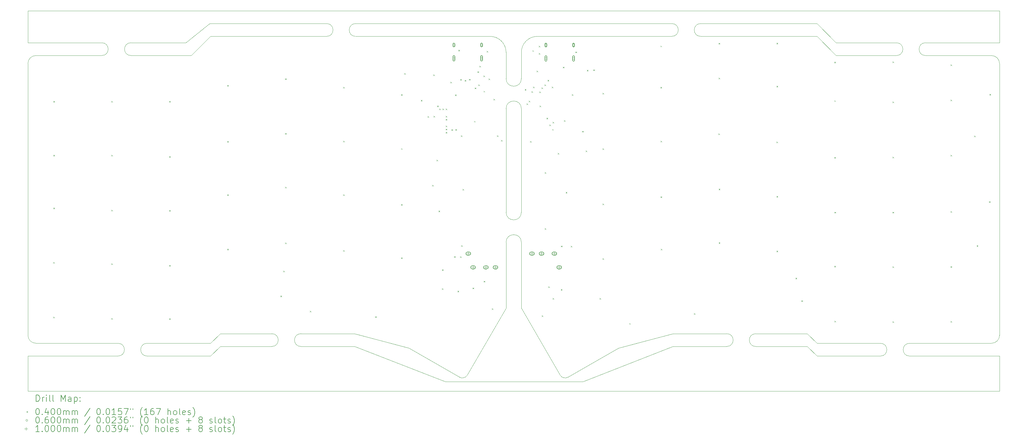
<source format=gbr>
%TF.GenerationSoftware,KiCad,Pcbnew,7.0.8*%
%TF.CreationDate,2023-12-22T16:39:09-05:00*%
%TF.ProjectId,Sango,53616e67-6f2e-46b6-9963-61645f706362,rev?*%
%TF.SameCoordinates,Original*%
%TF.FileFunction,Drillmap*%
%TF.FilePolarity,Positive*%
%FSLAX45Y45*%
G04 Gerber Fmt 4.5, Leading zero omitted, Abs format (unit mm)*
G04 Created by KiCad (PCBNEW 7.0.8) date 2023-12-22 16:39:09*
%MOMM*%
%LPD*%
G01*
G04 APERTURE LIST*
%ADD10C,0.100000*%
%ADD11C,0.200000*%
%ADD12C,0.040000*%
%ADD13C,0.060000*%
G04 APERTURE END LIST*
D10*
X32000000Y-28500000D02*
X32300000Y-28800000D01*
X7673000Y-18400000D02*
X7673000Y-19400000D01*
X16194000Y-28900000D02*
X17873000Y-28900000D01*
X22598000Y-24702500D02*
X22598000Y-21460500D01*
X7673000Y-30300000D02*
X38000000Y-30300000D01*
X28672000Y-19200000D02*
X32000000Y-19200000D01*
X7673000Y-29200000D02*
X7673000Y-30200000D01*
X32900000Y-19400000D02*
X32300000Y-18800000D01*
X13673000Y-19200000D02*
X13373000Y-19200000D01*
X16194000Y-28500000D02*
G75*
G03*
X16194000Y-28900000I0J-200000D01*
G01*
X11394000Y-28800000D02*
X13373000Y-28800000D01*
X22598000Y-25641500D02*
X22598000Y-27700000D01*
X37750000Y-19800000D02*
X37575000Y-19800000D01*
X35689000Y-19400000D02*
G75*
G03*
X35689000Y-19800000I0J-200000D01*
G01*
X9978000Y-19800000D02*
G75*
G03*
X9978000Y-19400000I0J200000D01*
G01*
X13373000Y-29200000D02*
X11394000Y-29200000D01*
X12773000Y-19800000D02*
X13373000Y-19200000D01*
X38000000Y-28550000D02*
X38000000Y-21203000D01*
X23075000Y-21460500D02*
G75*
G03*
X22598000Y-21460500I-238500J0D01*
G01*
X38000000Y-20400000D02*
X38000000Y-20050000D01*
X22598000Y-19700000D02*
G75*
G03*
X22098000Y-19200000I-500000J0D01*
G01*
X16996000Y-18800000D02*
X13350000Y-18800000D01*
X27772000Y-18800000D02*
X17902000Y-18800000D01*
X22598000Y-27700000D02*
X21385520Y-29799280D01*
X13673000Y-28500000D02*
X13373000Y-28800000D01*
X21140231Y-29859400D02*
G75*
G03*
X21385520Y-29799280I92890J151460D01*
G01*
X28672000Y-18800000D02*
X32300000Y-18800000D01*
X22598000Y-20521500D02*
X22598000Y-19700000D01*
X35193000Y-28800000D02*
G75*
G03*
X35193000Y-29200000I0J-200000D01*
G01*
X37750000Y-28800000D02*
X35193000Y-28800000D01*
X35193000Y-29200000D02*
X38000000Y-29200000D01*
X38000000Y-20050000D02*
G75*
G03*
X37750000Y-19800000I-250000J0D01*
G01*
X23075000Y-25641500D02*
G75*
G03*
X22598000Y-25641500I-238500J0D01*
G01*
X7673000Y-28550000D02*
G75*
G03*
X7923000Y-28800000I250000J0D01*
G01*
X7923000Y-19800000D02*
G75*
G03*
X7673000Y-20050000I0J-250000D01*
G01*
X17902000Y-18800000D02*
G75*
G03*
X17902000Y-19200000I0J-200000D01*
G01*
X21140230Y-29859400D02*
X19565949Y-28951666D01*
X38000000Y-18400000D02*
X38000000Y-19400000D01*
X32000000Y-28900000D02*
X30391000Y-28900000D01*
X30391000Y-28500000D02*
X32000000Y-28500000D01*
X38000000Y-20400000D02*
X38000000Y-21203000D01*
X27800000Y-28900000D02*
X25000000Y-30000000D01*
X7673000Y-18400000D02*
X38000000Y-18400000D01*
X32300000Y-19200000D02*
X32000000Y-19200000D01*
X38000000Y-30200000D02*
X38000000Y-30300000D01*
X15286000Y-28500000D02*
X13673000Y-28500000D01*
X15286000Y-28900000D02*
G75*
G03*
X15286000Y-28500000I0J200000D01*
G01*
X10485000Y-29200000D02*
G75*
G03*
X10485000Y-28800000I0J200000D01*
G01*
X35689000Y-19800000D02*
X37575000Y-19800000D01*
X37750000Y-28800000D02*
G75*
G03*
X38000000Y-28550000I0J250000D01*
G01*
X24287480Y-29799280D02*
X23075000Y-27700000D01*
X22098000Y-19200000D02*
X17902000Y-19200000D01*
X34282000Y-29200000D02*
G75*
G03*
X34282000Y-28800000I0J200000D01*
G01*
X34282000Y-29200000D02*
X32300000Y-29200000D01*
X7673000Y-28550000D02*
X7673000Y-21203000D01*
X32900000Y-19800000D02*
X32300000Y-19200000D01*
X34782000Y-19800000D02*
X32900000Y-19800000D01*
X23075000Y-20521500D02*
X23075000Y-19700000D01*
X23575000Y-19200000D02*
X27772000Y-19200000D01*
X38000000Y-30200000D02*
X38000000Y-29200000D01*
X9978000Y-19400000D02*
X7673000Y-19400000D01*
X13673000Y-28900000D02*
X13373000Y-29200000D01*
X28672000Y-18800000D02*
G75*
G03*
X28672000Y-19200000I0J-200000D01*
G01*
X30391000Y-28500000D02*
G75*
G03*
X30391000Y-28900000I0J-200000D01*
G01*
X23075000Y-21460500D02*
X23075000Y-24702500D01*
X7673000Y-30200000D02*
X7673000Y-30300000D01*
X10889000Y-19400000D02*
X12600000Y-19400000D01*
X16996000Y-19200000D02*
X13673000Y-19200000D01*
X7673000Y-20050000D02*
X7673000Y-21203000D01*
X32300000Y-29200000D02*
X32000000Y-28900000D01*
X13673000Y-28900000D02*
X15286000Y-28900000D01*
X38000000Y-19400000D02*
X35689000Y-19400000D01*
X29485000Y-28900000D02*
G75*
G03*
X29485000Y-28500000I0J200000D01*
G01*
X27800000Y-28500000D02*
X29485000Y-28500000D01*
X23075000Y-25641500D02*
X23075000Y-27700000D01*
X26107051Y-28951666D02*
X24532770Y-29859400D01*
X19565949Y-28951666D02*
X17873000Y-28500000D01*
X10889000Y-19800000D02*
X12773000Y-19800000D01*
X34782000Y-19400000D02*
X32900000Y-19400000D01*
X20700000Y-30000000D02*
X17873000Y-28900000D01*
X8273000Y-19800000D02*
X7923000Y-19800000D01*
X34282000Y-28800000D02*
X32300000Y-28800000D01*
X27772000Y-19200000D02*
G75*
G03*
X27772000Y-18800000I0J200000D01*
G01*
X25000000Y-30000000D02*
X20700000Y-30000000D01*
X23575000Y-19200000D02*
G75*
G03*
X23075000Y-19700000I0J-500000D01*
G01*
X29485000Y-28900000D02*
X27800000Y-28900000D01*
X24287480Y-29799280D02*
G75*
G03*
X24532770Y-29859400I152400J91340D01*
G01*
X34782000Y-19800000D02*
G75*
G03*
X34782000Y-19400000I0J200000D01*
G01*
X22598000Y-20521500D02*
G75*
G03*
X23075000Y-20521500I238500J0D01*
G01*
X9978000Y-19800000D02*
X8273000Y-19800000D01*
X7923000Y-28800000D02*
X10485000Y-28800000D01*
X16996000Y-19200000D02*
G75*
G03*
X16996000Y-18800000I0J200000D01*
G01*
X11394000Y-28800000D02*
G75*
G03*
X11394000Y-29200000I0J-200000D01*
G01*
X7673000Y-29200000D02*
X10485000Y-29200000D01*
X10889000Y-19400000D02*
G75*
G03*
X10889000Y-19800000I0J-200000D01*
G01*
X22598000Y-24702500D02*
G75*
G03*
X23075000Y-24702500I238500J0D01*
G01*
X13350000Y-18800000D02*
X12600000Y-19400000D01*
X16194000Y-28500000D02*
X17873000Y-28500000D01*
X27800000Y-28500000D02*
X26107051Y-28951666D01*
D11*
D12*
X8463000Y-27969000D02*
X8503000Y-28009000D01*
X8503000Y-27969000D02*
X8463000Y-28009000D01*
X8465000Y-26262000D02*
X8505000Y-26302000D01*
X8505000Y-26262000D02*
X8465000Y-26302000D01*
X8466000Y-21221000D02*
X8506000Y-21261000D01*
X8506000Y-21221000D02*
X8466000Y-21261000D01*
X8466000Y-22904000D02*
X8506000Y-22944000D01*
X8506000Y-22904000D02*
X8466000Y-22944000D01*
X8466000Y-24561000D02*
X8506000Y-24601000D01*
X8506000Y-24561000D02*
X8466000Y-24601000D01*
X10272000Y-21223000D02*
X10312000Y-21263000D01*
X10312000Y-21223000D02*
X10272000Y-21263000D01*
X10272000Y-22909000D02*
X10312000Y-22949000D01*
X10312000Y-22909000D02*
X10272000Y-22949000D01*
X10272000Y-24626000D02*
X10312000Y-24666000D01*
X10312000Y-24626000D02*
X10272000Y-24666000D01*
X10273000Y-26300000D02*
X10313000Y-26340000D01*
X10313000Y-26300000D02*
X10273000Y-26340000D01*
X10273000Y-28013000D02*
X10313000Y-28053000D01*
X10313000Y-28013000D02*
X10273000Y-28053000D01*
X12082000Y-21221000D02*
X12122000Y-21261000D01*
X12122000Y-21221000D02*
X12082000Y-21261000D01*
X12082000Y-22948000D02*
X12122000Y-22988000D01*
X12122000Y-22948000D02*
X12082000Y-22988000D01*
X12082000Y-24632000D02*
X12122000Y-24672000D01*
X12122000Y-24632000D02*
X12082000Y-24672000D01*
X12082000Y-26355000D02*
X12122000Y-26395000D01*
X12122000Y-26355000D02*
X12082000Y-26395000D01*
X12082000Y-28020000D02*
X12122000Y-28060000D01*
X12122000Y-28020000D02*
X12082000Y-28060000D01*
X13893000Y-20723000D02*
X13933000Y-20763000D01*
X13933000Y-20723000D02*
X13893000Y-20763000D01*
X13893000Y-22476000D02*
X13933000Y-22516000D01*
X13933000Y-22476000D02*
X13893000Y-22516000D01*
X13893000Y-24146000D02*
X13933000Y-24186000D01*
X13933000Y-24146000D02*
X13893000Y-24186000D01*
X13893000Y-25846000D02*
X13933000Y-25886000D01*
X13933000Y-25846000D02*
X13893000Y-25886000D01*
X15554000Y-27312000D02*
X15594000Y-27352000D01*
X15594000Y-27312000D02*
X15554000Y-27352000D01*
X15644000Y-26531000D02*
X15684000Y-26571000D01*
X15684000Y-26531000D02*
X15644000Y-26571000D01*
X15702000Y-22226000D02*
X15742000Y-22266000D01*
X15742000Y-22226000D02*
X15702000Y-22266000D01*
X15702000Y-23905000D02*
X15742000Y-23945000D01*
X15742000Y-23905000D02*
X15702000Y-23945000D01*
X15702000Y-25652000D02*
X15742000Y-25692000D01*
X15742000Y-25652000D02*
X15702000Y-25692000D01*
X15703000Y-20515000D02*
X15743000Y-20555000D01*
X15743000Y-20515000D02*
X15703000Y-20555000D01*
X16472000Y-27785000D02*
X16512000Y-27825000D01*
X16512000Y-27785000D02*
X16472000Y-27825000D01*
X17512000Y-20781000D02*
X17552000Y-20821000D01*
X17552000Y-20781000D02*
X17512000Y-20821000D01*
X17512000Y-22467000D02*
X17552000Y-22507000D01*
X17552000Y-22467000D02*
X17512000Y-22507000D01*
X17512000Y-24142000D02*
X17552000Y-24182000D01*
X17552000Y-24142000D02*
X17512000Y-24182000D01*
X17512000Y-25890000D02*
X17552000Y-25930000D01*
X17552000Y-25890000D02*
X17512000Y-25930000D01*
X18512000Y-27957000D02*
X18552000Y-27997000D01*
X18552000Y-27957000D02*
X18512000Y-27997000D01*
X19321000Y-21010000D02*
X19361000Y-21050000D01*
X19361000Y-21010000D02*
X19321000Y-21050000D01*
X19321000Y-22699000D02*
X19361000Y-22739000D01*
X19361000Y-22699000D02*
X19321000Y-22739000D01*
X19321000Y-24448000D02*
X19361000Y-24488000D01*
X19361000Y-24448000D02*
X19321000Y-24488000D01*
X19321000Y-26117000D02*
X19361000Y-26157000D01*
X19361000Y-26117000D02*
X19321000Y-26157000D01*
X19420000Y-20348000D02*
X19460000Y-20388000D01*
X19460000Y-20348000D02*
X19420000Y-20388000D01*
X19940000Y-21191000D02*
X19980000Y-21231000D01*
X19980000Y-21191000D02*
X19940000Y-21231000D01*
X20149000Y-21697000D02*
X20189000Y-21737000D01*
X20189000Y-21697000D02*
X20149000Y-21737000D01*
X20291000Y-23846000D02*
X20331000Y-23886000D01*
X20331000Y-23846000D02*
X20291000Y-23886000D01*
X20322000Y-20390000D02*
X20362000Y-20430000D01*
X20362000Y-20390000D02*
X20322000Y-20430000D01*
X20331000Y-21689000D02*
X20371000Y-21729000D01*
X20371000Y-21689000D02*
X20331000Y-21729000D01*
X20423000Y-23061000D02*
X20463000Y-23101000D01*
X20463000Y-23061000D02*
X20423000Y-23101000D01*
X20446000Y-21366000D02*
X20486000Y-21406000D01*
X20486000Y-21366000D02*
X20446000Y-21406000D01*
X20489000Y-24651000D02*
X20529000Y-24691000D01*
X20529000Y-24651000D02*
X20489000Y-24691000D01*
X20512200Y-21456437D02*
X20552200Y-21496437D01*
X20552200Y-21456437D02*
X20512200Y-21496437D01*
X20598000Y-27079000D02*
X20638000Y-27119000D01*
X20638000Y-27079000D02*
X20598000Y-27119000D01*
X20600000Y-26487000D02*
X20640000Y-26527000D01*
X20640000Y-26487000D02*
X20600000Y-26527000D01*
X20612135Y-21458176D02*
X20652135Y-21498176D01*
X20652135Y-21458176D02*
X20612135Y-21498176D01*
X20710830Y-22090950D02*
X20750830Y-22130950D01*
X20750830Y-22090950D02*
X20710830Y-22130950D01*
X20710835Y-21684950D02*
X20750835Y-21724950D01*
X20750835Y-21684950D02*
X20710835Y-21724950D01*
X20710835Y-21784901D02*
X20750835Y-21824901D01*
X20750835Y-21784901D02*
X20710835Y-21824901D01*
X20710835Y-22190900D02*
X20750835Y-22230900D01*
X20750835Y-22190900D02*
X20710835Y-22230900D01*
X20711000Y-21991000D02*
X20751000Y-22031000D01*
X20751000Y-21991000D02*
X20711000Y-22031000D01*
X20712039Y-21461214D02*
X20752039Y-21501214D01*
X20752039Y-21461214D02*
X20712039Y-21501214D01*
X20858000Y-20620000D02*
X20898000Y-20660000D01*
X20898000Y-20620000D02*
X20858000Y-20660000D01*
X20889000Y-22106000D02*
X20929000Y-22146000D01*
X20929000Y-22106000D02*
X20889000Y-22146000D01*
X20979000Y-26077000D02*
X21019000Y-26117000D01*
X21019000Y-26077000D02*
X20979000Y-26117000D01*
X21006690Y-21018311D02*
X21046690Y-21058311D01*
X21046690Y-21018311D02*
X21006690Y-21058311D01*
X21015000Y-22104000D02*
X21055000Y-22144000D01*
X21055000Y-22104000D02*
X21015000Y-22144000D01*
X21083000Y-27156000D02*
X21123000Y-27196000D01*
X21123000Y-27156000D02*
X21083000Y-27196000D01*
X21108000Y-19622000D02*
X21148000Y-19662000D01*
X21148000Y-19622000D02*
X21108000Y-19662000D01*
X21163000Y-26083000D02*
X21203000Y-26123000D01*
X21203000Y-26083000D02*
X21163000Y-26123000D01*
X21166000Y-20534000D02*
X21206000Y-20574000D01*
X21206000Y-20534000D02*
X21166000Y-20574000D01*
X21185000Y-22296000D02*
X21225000Y-22336000D01*
X21225000Y-22296000D02*
X21185000Y-22336000D01*
X21199000Y-25736000D02*
X21239000Y-25776000D01*
X21239000Y-25736000D02*
X21199000Y-25776000D01*
X21236000Y-23976000D02*
X21276000Y-24016000D01*
X21276000Y-23976000D02*
X21236000Y-24016000D01*
X21306000Y-20565000D02*
X21346000Y-20605000D01*
X21346000Y-20565000D02*
X21306000Y-20605000D01*
X21444000Y-20531000D02*
X21484000Y-20571000D01*
X21484000Y-20531000D02*
X21444000Y-20571000D01*
X21555000Y-27060000D02*
X21595000Y-27100000D01*
X21595000Y-27060000D02*
X21555000Y-27100000D01*
X21598000Y-21845300D02*
X21638000Y-21885300D01*
X21638000Y-21845300D02*
X21598000Y-21885300D01*
X21620000Y-20802000D02*
X21660000Y-20842000D01*
X21660000Y-20802000D02*
X21620000Y-20842000D01*
X21707000Y-20294000D02*
X21747000Y-20334000D01*
X21747000Y-20294000D02*
X21707000Y-20334000D01*
X21727000Y-20703000D02*
X21767000Y-20743000D01*
X21767000Y-20703000D02*
X21727000Y-20743000D01*
X21763000Y-20124000D02*
X21803000Y-20164000D01*
X21803000Y-20124000D02*
X21763000Y-20164000D01*
X21890000Y-20427000D02*
X21930000Y-20467000D01*
X21930000Y-20427000D02*
X21890000Y-20467000D01*
X21895000Y-20905000D02*
X21935000Y-20945000D01*
X21935000Y-20905000D02*
X21895000Y-20945000D01*
X21898000Y-26848000D02*
X21938000Y-26888000D01*
X21938000Y-26848000D02*
X21898000Y-26888000D01*
X21994000Y-19657000D02*
X22034000Y-19697000D01*
X22034000Y-19657000D02*
X21994000Y-19697000D01*
X22051000Y-20520000D02*
X22091000Y-20560000D01*
X22091000Y-20520000D02*
X22051000Y-20560000D01*
X22153000Y-27706000D02*
X22193000Y-27746000D01*
X22193000Y-27706000D02*
X22153000Y-27746000D01*
X22205000Y-21156000D02*
X22245000Y-21196000D01*
X22245000Y-21156000D02*
X22205000Y-21196000D01*
X22312000Y-22300000D02*
X22352000Y-22340000D01*
X22352000Y-22300000D02*
X22312000Y-22340000D01*
X22444000Y-22440000D02*
X22484000Y-22480000D01*
X22484000Y-22440000D02*
X22444000Y-22480000D01*
X23182000Y-20852000D02*
X23222000Y-20892000D01*
X23222000Y-20852000D02*
X23182000Y-20892000D01*
X23235750Y-21298250D02*
X23275750Y-21338250D01*
X23275750Y-21298250D02*
X23235750Y-21338250D01*
X23302000Y-21216000D02*
X23342000Y-21256000D01*
X23342000Y-21216000D02*
X23302000Y-21256000D01*
X23344000Y-22474000D02*
X23384000Y-22514000D01*
X23384000Y-22474000D02*
X23344000Y-22514000D01*
X23388000Y-20917000D02*
X23428000Y-20957000D01*
X23428000Y-20917000D02*
X23388000Y-20957000D01*
X23418000Y-19634000D02*
X23458000Y-19674000D01*
X23458000Y-19634000D02*
X23418000Y-19674000D01*
X23443000Y-20772000D02*
X23483000Y-20812000D01*
X23483000Y-20772000D02*
X23443000Y-20812000D01*
X23548000Y-20276000D02*
X23588000Y-20316000D01*
X23588000Y-20276000D02*
X23548000Y-20316000D01*
X23615901Y-19492059D02*
X23655901Y-19532059D01*
X23655901Y-19492059D02*
X23615901Y-19532059D01*
X23616000Y-19721000D02*
X23656000Y-19761000D01*
X23656000Y-19721000D02*
X23616000Y-19761000D01*
X23633000Y-20928000D02*
X23673000Y-20968000D01*
X23673000Y-20928000D02*
X23633000Y-20968000D01*
X23645000Y-21367000D02*
X23685000Y-21407000D01*
X23685000Y-21367000D02*
X23645000Y-21407000D01*
X23701000Y-20796000D02*
X23741000Y-20836000D01*
X23741000Y-20796000D02*
X23701000Y-20836000D01*
X23713760Y-27930160D02*
X23753760Y-27970160D01*
X23753760Y-27930160D02*
X23713760Y-27970160D01*
X23794000Y-20705000D02*
X23834000Y-20745000D01*
X23834000Y-20705000D02*
X23794000Y-20745000D01*
X23802500Y-23449600D02*
X23842500Y-23489600D01*
X23842500Y-23449600D02*
X23802500Y-23489600D01*
X23805200Y-25202200D02*
X23845200Y-25242200D01*
X23845200Y-25202200D02*
X23805200Y-25242200D01*
X23860000Y-21749000D02*
X23900000Y-21789000D01*
X23900000Y-21749000D02*
X23860000Y-21789000D01*
X23893000Y-20561000D02*
X23933000Y-20601000D01*
X23933000Y-20561000D02*
X23893000Y-20601000D01*
X23916254Y-27021746D02*
X23956254Y-27061746D01*
X23956254Y-27021746D02*
X23916254Y-27061746D01*
X23949000Y-21960500D02*
X23989000Y-22000500D01*
X23989000Y-21960500D02*
X23949000Y-22000500D01*
X24025000Y-20771500D02*
X24065000Y-20811500D01*
X24065000Y-20771500D02*
X24025000Y-20811500D01*
X24036000Y-22098000D02*
X24076000Y-22138000D01*
X24076000Y-22098000D02*
X24036000Y-22138000D01*
X24048000Y-27387000D02*
X24088000Y-27427000D01*
X24088000Y-27387000D02*
X24048000Y-27427000D01*
X24050000Y-21872500D02*
X24090000Y-21912500D01*
X24090000Y-21872500D02*
X24050000Y-21912500D01*
X24213000Y-22849000D02*
X24253000Y-22889000D01*
X24253000Y-22849000D02*
X24213000Y-22889000D01*
X24309000Y-27109000D02*
X24349000Y-27149000D01*
X24349000Y-27109000D02*
X24309000Y-27149000D01*
X24315000Y-25748000D02*
X24355000Y-25788000D01*
X24355000Y-25748000D02*
X24315000Y-25788000D01*
X24370000Y-20151000D02*
X24410000Y-20191000D01*
X24410000Y-20151000D02*
X24370000Y-20191000D01*
X24404000Y-21822000D02*
X24444000Y-21862000D01*
X24444000Y-21822000D02*
X24404000Y-21862000D01*
X24460000Y-24070000D02*
X24500000Y-24110000D01*
X24500000Y-24070000D02*
X24460000Y-24110000D01*
X24618000Y-25749000D02*
X24658000Y-25789000D01*
X24658000Y-25749000D02*
X24618000Y-25789000D01*
X24652000Y-21009500D02*
X24692000Y-21049500D01*
X24692000Y-21009500D02*
X24652000Y-21049500D01*
X24763000Y-19676000D02*
X24803000Y-19716000D01*
X24803000Y-19676000D02*
X24763000Y-19716000D01*
X24974000Y-22157000D02*
X25014000Y-22197000D01*
X25014000Y-22157000D02*
X24974000Y-22197000D01*
X25085360Y-22768880D02*
X25125360Y-22808880D01*
X25125360Y-22768880D02*
X25085360Y-22808880D01*
X25120000Y-20250000D02*
X25160000Y-20290000D01*
X25160000Y-20250000D02*
X25120000Y-20290000D01*
X25319000Y-20235000D02*
X25359000Y-20275000D01*
X25359000Y-20235000D02*
X25319000Y-20275000D01*
X25517000Y-27388000D02*
X25557000Y-27428000D01*
X25557000Y-27388000D02*
X25517000Y-27428000D01*
X25608600Y-20970560D02*
X25648600Y-21010560D01*
X25648600Y-20970560D02*
X25608600Y-21010560D01*
X25608600Y-22702840D02*
X25648600Y-22742840D01*
X25648600Y-22702840D02*
X25608600Y-22742840D01*
X25608600Y-24430040D02*
X25648600Y-24470040D01*
X25648600Y-24430040D02*
X25608600Y-24470040D01*
X25608600Y-26142000D02*
X25648600Y-26182000D01*
X25648600Y-26142000D02*
X25608600Y-26182000D01*
X26441720Y-28168920D02*
X26481720Y-28208920D01*
X26481720Y-28168920D02*
X26441720Y-28208920D01*
X27415000Y-19490000D02*
X27455000Y-19530000D01*
X27455000Y-19490000D02*
X27415000Y-19530000D01*
X27415000Y-20780000D02*
X27455000Y-20820000D01*
X27455000Y-20780000D02*
X27415000Y-20820000D01*
X27417080Y-22469160D02*
X27457080Y-22509160D01*
X27457080Y-22469160D02*
X27417080Y-22509160D01*
X27417080Y-24206520D02*
X27457080Y-24246520D01*
X27457080Y-24206520D02*
X27417080Y-24246520D01*
X27427240Y-25847360D02*
X27467240Y-25887360D01*
X27467240Y-25847360D02*
X27427240Y-25887360D01*
X28458480Y-27859040D02*
X28498480Y-27899040D01*
X28498480Y-27859040D02*
X28458480Y-27899040D01*
X29225560Y-22240560D02*
X29265560Y-22280560D01*
X29265560Y-22240560D02*
X29225560Y-22280560D01*
X29229000Y-19405550D02*
X29269000Y-19445550D01*
X29269000Y-19405550D02*
X29229000Y-19445550D01*
X29229000Y-20491000D02*
X29269000Y-20531000D01*
X29269000Y-20491000D02*
X29229000Y-20531000D01*
X29235720Y-23967760D02*
X29275720Y-24007760D01*
X29275720Y-23967760D02*
X29235720Y-24007760D01*
X29235720Y-25639080D02*
X29275720Y-25679080D01*
X29275720Y-25639080D02*
X29235720Y-25679080D01*
X31034040Y-22494560D02*
X31074040Y-22534560D01*
X31074040Y-22494560D02*
X31034040Y-22534560D01*
X31038000Y-19403000D02*
X31078000Y-19443000D01*
X31078000Y-19403000D02*
X31038000Y-19443000D01*
X31038000Y-20748000D02*
X31078000Y-20788000D01*
X31078000Y-20748000D02*
X31038000Y-20788000D01*
X31039120Y-24196360D02*
X31079120Y-24236360D01*
X31079120Y-24196360D02*
X31039120Y-24236360D01*
X31039120Y-25903240D02*
X31079120Y-25943240D01*
X31079120Y-25903240D02*
X31039120Y-25943240D01*
X31632000Y-26750000D02*
X31672000Y-26790000D01*
X31672000Y-26750000D02*
X31632000Y-26790000D01*
X31812000Y-27459000D02*
X31852000Y-27499000D01*
X31852000Y-27459000D02*
X31812000Y-27499000D01*
X32842230Y-19995770D02*
X32882230Y-20035770D01*
X32882230Y-19995770D02*
X32842230Y-20035770D01*
X32842520Y-22972080D02*
X32882520Y-23012080D01*
X32882520Y-22972080D02*
X32842520Y-23012080D01*
X32842520Y-26380760D02*
X32882520Y-26420760D01*
X32882520Y-26380760D02*
X32842520Y-26420760D01*
X32843000Y-21200000D02*
X32883000Y-21240000D01*
X32883000Y-21200000D02*
X32843000Y-21240000D01*
X32847600Y-24689120D02*
X32887600Y-24729120D01*
X32887600Y-24689120D02*
X32847600Y-24729120D01*
X32847600Y-28097800D02*
X32887600Y-28137800D01*
X32887600Y-28097800D02*
X32847600Y-28137800D01*
X34656080Y-22967000D02*
X34696080Y-23007000D01*
X34696080Y-22967000D02*
X34656080Y-23007000D01*
X34656080Y-24689120D02*
X34696080Y-24729120D01*
X34696080Y-24689120D02*
X34656080Y-24729120D01*
X34656080Y-26396000D02*
X34696080Y-26436000D01*
X34696080Y-26396000D02*
X34656080Y-26436000D01*
X34656080Y-28113040D02*
X34696080Y-28153040D01*
X34696080Y-28113040D02*
X34656080Y-28153040D01*
X34659000Y-19984000D02*
X34699000Y-20024000D01*
X34699000Y-19984000D02*
X34659000Y-20024000D01*
X34659000Y-21237000D02*
X34699000Y-21277000D01*
X34699000Y-21237000D02*
X34659000Y-21277000D01*
X36469640Y-22906040D02*
X36509640Y-22946040D01*
X36509640Y-22906040D02*
X36469640Y-22946040D01*
X36469640Y-24668800D02*
X36509640Y-24708800D01*
X36509640Y-24668800D02*
X36469640Y-24708800D01*
X36469640Y-26390920D02*
X36509640Y-26430920D01*
X36509640Y-26390920D02*
X36469640Y-26430920D01*
X36469640Y-28102880D02*
X36509640Y-28142880D01*
X36509640Y-28102880D02*
X36469640Y-28142880D01*
X36472000Y-20078550D02*
X36512000Y-20118550D01*
X36512000Y-20078550D02*
X36472000Y-20118550D01*
X36472000Y-21177000D02*
X36512000Y-21217000D01*
X36512000Y-21177000D02*
X36472000Y-21217000D01*
X37206000Y-22305000D02*
X37246000Y-22345000D01*
X37246000Y-22305000D02*
X37206000Y-22345000D01*
X37287000Y-25736000D02*
X37327000Y-25776000D01*
X37327000Y-25736000D02*
X37287000Y-25776000D01*
X37672000Y-24358000D02*
X37712000Y-24398000D01*
X37712000Y-24358000D02*
X37672000Y-24398000D01*
X37685000Y-21003000D02*
X37725000Y-21043000D01*
X37725000Y-21003000D02*
X37685000Y-21043000D01*
D13*
X20998500Y-19469400D02*
G75*
G03*
X20998500Y-19469400I-30000J0D01*
G01*
D11*
X20998500Y-19499400D02*
X20998500Y-19439400D01*
X20998500Y-19439400D02*
G75*
G03*
X20938500Y-19439400I-30000J0D01*
G01*
X20938500Y-19439400D02*
X20938500Y-19499400D01*
X20938500Y-19499400D02*
G75*
G03*
X20998500Y-19499400I30000J0D01*
G01*
D13*
X20998500Y-19887400D02*
G75*
G03*
X20998500Y-19887400I-30000J0D01*
G01*
D11*
X20998500Y-19942400D02*
X20998500Y-19832400D01*
X20998500Y-19832400D02*
G75*
G03*
X20938500Y-19832400I-30000J0D01*
G01*
X20938500Y-19832400D02*
X20938500Y-19942400D01*
X20938500Y-19942400D02*
G75*
G03*
X20998500Y-19942400I30000J0D01*
G01*
D13*
X21862500Y-19469400D02*
G75*
G03*
X21862500Y-19469400I-30000J0D01*
G01*
D11*
X21862500Y-19499400D02*
X21862500Y-19439400D01*
X21862500Y-19439400D02*
G75*
G03*
X21802500Y-19439400I-30000J0D01*
G01*
X21802500Y-19439400D02*
X21802500Y-19499400D01*
X21802500Y-19499400D02*
G75*
G03*
X21862500Y-19499400I30000J0D01*
G01*
D13*
X21862500Y-19887400D02*
G75*
G03*
X21862500Y-19887400I-30000J0D01*
G01*
D11*
X21862500Y-19942400D02*
X21862500Y-19832400D01*
X21862500Y-19832400D02*
G75*
G03*
X21802500Y-19832400I-30000J0D01*
G01*
X21802500Y-19832400D02*
X21802500Y-19942400D01*
X21802500Y-19942400D02*
G75*
G03*
X21862500Y-19942400I30000J0D01*
G01*
D13*
X23870500Y-19472500D02*
G75*
G03*
X23870500Y-19472500I-30000J0D01*
G01*
D11*
X23870500Y-19502500D02*
X23870500Y-19442500D01*
X23870500Y-19442500D02*
G75*
G03*
X23810500Y-19442500I-30000J0D01*
G01*
X23810500Y-19442500D02*
X23810500Y-19502500D01*
X23810500Y-19502500D02*
G75*
G03*
X23870500Y-19502500I30000J0D01*
G01*
D13*
X23870500Y-19890500D02*
G75*
G03*
X23870500Y-19890500I-30000J0D01*
G01*
D11*
X23870500Y-19945500D02*
X23870500Y-19835500D01*
X23870500Y-19835500D02*
G75*
G03*
X23810500Y-19835500I-30000J0D01*
G01*
X23810500Y-19835500D02*
X23810500Y-19945500D01*
X23810500Y-19945500D02*
G75*
G03*
X23870500Y-19945500I30000J0D01*
G01*
D13*
X24734500Y-19472500D02*
G75*
G03*
X24734500Y-19472500I-30000J0D01*
G01*
D11*
X24734500Y-19502500D02*
X24734500Y-19442500D01*
X24734500Y-19442500D02*
G75*
G03*
X24674500Y-19442500I-30000J0D01*
G01*
X24674500Y-19442500D02*
X24674500Y-19502500D01*
X24674500Y-19502500D02*
G75*
G03*
X24734500Y-19502500I30000J0D01*
G01*
D13*
X24734500Y-19890500D02*
G75*
G03*
X24734500Y-19890500I-30000J0D01*
G01*
D11*
X24734500Y-19945500D02*
X24734500Y-19835500D01*
X24734500Y-19835500D02*
G75*
G03*
X24674500Y-19835500I-30000J0D01*
G01*
X24674500Y-19835500D02*
X24674500Y-19945500D01*
X24674500Y-19945500D02*
G75*
G03*
X24734500Y-19945500I30000J0D01*
G01*
D10*
X21417750Y-25945000D02*
X21417750Y-26045000D01*
X21367750Y-25995000D02*
X21467750Y-25995000D01*
D11*
X21442750Y-25945000D02*
X21392750Y-25945000D01*
X21392750Y-25945000D02*
G75*
G03*
X21392750Y-26045000I0J-50000D01*
G01*
X21392750Y-26045000D02*
X21442750Y-26045000D01*
X21442750Y-26045000D02*
G75*
G03*
X21442750Y-25945000I0J50000D01*
G01*
D10*
X21567750Y-26375000D02*
X21567750Y-26475000D01*
X21517750Y-26425000D02*
X21617750Y-26425000D01*
D11*
X21592750Y-26375000D02*
X21542750Y-26375000D01*
X21542750Y-26375000D02*
G75*
G03*
X21542750Y-26475000I0J-50000D01*
G01*
X21542750Y-26475000D02*
X21592750Y-26475000D01*
X21592750Y-26475000D02*
G75*
G03*
X21592750Y-26375000I0J50000D01*
G01*
D10*
X21967750Y-26375000D02*
X21967750Y-26475000D01*
X21917750Y-26425000D02*
X22017750Y-26425000D01*
D11*
X21992750Y-26375000D02*
X21942750Y-26375000D01*
X21942750Y-26375000D02*
G75*
G03*
X21942750Y-26475000I0J-50000D01*
G01*
X21942750Y-26475000D02*
X21992750Y-26475000D01*
X21992750Y-26475000D02*
G75*
G03*
X21992750Y-26375000I0J50000D01*
G01*
D10*
X22267750Y-26375000D02*
X22267750Y-26475000D01*
X22217750Y-26425000D02*
X22317750Y-26425000D01*
D11*
X22292750Y-26375000D02*
X22242750Y-26375000D01*
X22242750Y-26375000D02*
G75*
G03*
X22242750Y-26475000I0J-50000D01*
G01*
X22242750Y-26475000D02*
X22292750Y-26475000D01*
X22292750Y-26475000D02*
G75*
G03*
X22292750Y-26375000I0J50000D01*
G01*
D10*
X23405000Y-25945000D02*
X23405000Y-26045000D01*
X23355000Y-25995000D02*
X23455000Y-25995000D01*
D11*
X23380000Y-26045000D02*
X23430000Y-26045000D01*
X23430000Y-26045000D02*
G75*
G03*
X23430000Y-25945000I0J50000D01*
G01*
X23430000Y-25945000D02*
X23380000Y-25945000D01*
X23380000Y-25945000D02*
G75*
G03*
X23380000Y-26045000I0J-50000D01*
G01*
D10*
X23705000Y-25945000D02*
X23705000Y-26045000D01*
X23655000Y-25995000D02*
X23755000Y-25995000D01*
D11*
X23680000Y-26045000D02*
X23730000Y-26045000D01*
X23730000Y-26045000D02*
G75*
G03*
X23730000Y-25945000I0J50000D01*
G01*
X23730000Y-25945000D02*
X23680000Y-25945000D01*
X23680000Y-25945000D02*
G75*
G03*
X23680000Y-26045000I0J-50000D01*
G01*
D10*
X24105000Y-25945000D02*
X24105000Y-26045000D01*
X24055000Y-25995000D02*
X24155000Y-25995000D01*
D11*
X24080000Y-26045000D02*
X24130000Y-26045000D01*
X24130000Y-26045000D02*
G75*
G03*
X24130000Y-25945000I0J50000D01*
G01*
X24130000Y-25945000D02*
X24080000Y-25945000D01*
X24080000Y-25945000D02*
G75*
G03*
X24080000Y-26045000I0J-50000D01*
G01*
D10*
X24255000Y-26375000D02*
X24255000Y-26475000D01*
X24205000Y-26425000D02*
X24305000Y-26425000D01*
D11*
X24230000Y-26475000D02*
X24280000Y-26475000D01*
X24280000Y-26475000D02*
G75*
G03*
X24280000Y-26375000I0J50000D01*
G01*
X24280000Y-26375000D02*
X24230000Y-26375000D01*
X24230000Y-26375000D02*
G75*
G03*
X24230000Y-26475000I0J-50000D01*
G01*
X7928777Y-30616484D02*
X7928777Y-30416484D01*
X7928777Y-30416484D02*
X7976396Y-30416484D01*
X7976396Y-30416484D02*
X8004967Y-30426008D01*
X8004967Y-30426008D02*
X8024015Y-30445055D01*
X8024015Y-30445055D02*
X8033539Y-30464103D01*
X8033539Y-30464103D02*
X8043062Y-30502198D01*
X8043062Y-30502198D02*
X8043062Y-30530769D01*
X8043062Y-30530769D02*
X8033539Y-30568865D01*
X8033539Y-30568865D02*
X8024015Y-30587912D01*
X8024015Y-30587912D02*
X8004967Y-30606960D01*
X8004967Y-30606960D02*
X7976396Y-30616484D01*
X7976396Y-30616484D02*
X7928777Y-30616484D01*
X8128777Y-30616484D02*
X8128777Y-30483150D01*
X8128777Y-30521246D02*
X8138301Y-30502198D01*
X8138301Y-30502198D02*
X8147824Y-30492674D01*
X8147824Y-30492674D02*
X8166872Y-30483150D01*
X8166872Y-30483150D02*
X8185920Y-30483150D01*
X8252586Y-30616484D02*
X8252586Y-30483150D01*
X8252586Y-30416484D02*
X8243062Y-30426008D01*
X8243062Y-30426008D02*
X8252586Y-30435531D01*
X8252586Y-30435531D02*
X8262110Y-30426008D01*
X8262110Y-30426008D02*
X8252586Y-30416484D01*
X8252586Y-30416484D02*
X8252586Y-30435531D01*
X8376396Y-30616484D02*
X8357348Y-30606960D01*
X8357348Y-30606960D02*
X8347824Y-30587912D01*
X8347824Y-30587912D02*
X8347824Y-30416484D01*
X8481158Y-30616484D02*
X8462110Y-30606960D01*
X8462110Y-30606960D02*
X8452586Y-30587912D01*
X8452586Y-30587912D02*
X8452586Y-30416484D01*
X8709729Y-30616484D02*
X8709729Y-30416484D01*
X8709729Y-30416484D02*
X8776396Y-30559341D01*
X8776396Y-30559341D02*
X8843063Y-30416484D01*
X8843063Y-30416484D02*
X8843063Y-30616484D01*
X9024015Y-30616484D02*
X9024015Y-30511722D01*
X9024015Y-30511722D02*
X9014491Y-30492674D01*
X9014491Y-30492674D02*
X8995444Y-30483150D01*
X8995444Y-30483150D02*
X8957348Y-30483150D01*
X8957348Y-30483150D02*
X8938301Y-30492674D01*
X9024015Y-30606960D02*
X9004967Y-30616484D01*
X9004967Y-30616484D02*
X8957348Y-30616484D01*
X8957348Y-30616484D02*
X8938301Y-30606960D01*
X8938301Y-30606960D02*
X8928777Y-30587912D01*
X8928777Y-30587912D02*
X8928777Y-30568865D01*
X8928777Y-30568865D02*
X8938301Y-30549817D01*
X8938301Y-30549817D02*
X8957348Y-30540293D01*
X8957348Y-30540293D02*
X9004967Y-30540293D01*
X9004967Y-30540293D02*
X9024015Y-30530769D01*
X9119253Y-30483150D02*
X9119253Y-30683150D01*
X9119253Y-30492674D02*
X9138301Y-30483150D01*
X9138301Y-30483150D02*
X9176396Y-30483150D01*
X9176396Y-30483150D02*
X9195444Y-30492674D01*
X9195444Y-30492674D02*
X9204967Y-30502198D01*
X9204967Y-30502198D02*
X9214491Y-30521246D01*
X9214491Y-30521246D02*
X9214491Y-30578388D01*
X9214491Y-30578388D02*
X9204967Y-30597436D01*
X9204967Y-30597436D02*
X9195444Y-30606960D01*
X9195444Y-30606960D02*
X9176396Y-30616484D01*
X9176396Y-30616484D02*
X9138301Y-30616484D01*
X9138301Y-30616484D02*
X9119253Y-30606960D01*
X9300205Y-30597436D02*
X9309729Y-30606960D01*
X9309729Y-30606960D02*
X9300205Y-30616484D01*
X9300205Y-30616484D02*
X9290682Y-30606960D01*
X9290682Y-30606960D02*
X9300205Y-30597436D01*
X9300205Y-30597436D02*
X9300205Y-30616484D01*
X9300205Y-30492674D02*
X9309729Y-30502198D01*
X9309729Y-30502198D02*
X9300205Y-30511722D01*
X9300205Y-30511722D02*
X9290682Y-30502198D01*
X9290682Y-30502198D02*
X9300205Y-30492674D01*
X9300205Y-30492674D02*
X9300205Y-30511722D01*
D12*
X7628000Y-30925000D02*
X7668000Y-30965000D01*
X7668000Y-30925000D02*
X7628000Y-30965000D01*
D11*
X7966872Y-30836484D02*
X7985920Y-30836484D01*
X7985920Y-30836484D02*
X8004967Y-30846008D01*
X8004967Y-30846008D02*
X8014491Y-30855531D01*
X8014491Y-30855531D02*
X8024015Y-30874579D01*
X8024015Y-30874579D02*
X8033539Y-30912674D01*
X8033539Y-30912674D02*
X8033539Y-30960293D01*
X8033539Y-30960293D02*
X8024015Y-30998388D01*
X8024015Y-30998388D02*
X8014491Y-31017436D01*
X8014491Y-31017436D02*
X8004967Y-31026960D01*
X8004967Y-31026960D02*
X7985920Y-31036484D01*
X7985920Y-31036484D02*
X7966872Y-31036484D01*
X7966872Y-31036484D02*
X7947824Y-31026960D01*
X7947824Y-31026960D02*
X7938301Y-31017436D01*
X7938301Y-31017436D02*
X7928777Y-30998388D01*
X7928777Y-30998388D02*
X7919253Y-30960293D01*
X7919253Y-30960293D02*
X7919253Y-30912674D01*
X7919253Y-30912674D02*
X7928777Y-30874579D01*
X7928777Y-30874579D02*
X7938301Y-30855531D01*
X7938301Y-30855531D02*
X7947824Y-30846008D01*
X7947824Y-30846008D02*
X7966872Y-30836484D01*
X8119253Y-31017436D02*
X8128777Y-31026960D01*
X8128777Y-31026960D02*
X8119253Y-31036484D01*
X8119253Y-31036484D02*
X8109729Y-31026960D01*
X8109729Y-31026960D02*
X8119253Y-31017436D01*
X8119253Y-31017436D02*
X8119253Y-31036484D01*
X8300205Y-30903150D02*
X8300205Y-31036484D01*
X8252586Y-30826960D02*
X8204967Y-30969817D01*
X8204967Y-30969817D02*
X8328777Y-30969817D01*
X8443063Y-30836484D02*
X8462110Y-30836484D01*
X8462110Y-30836484D02*
X8481158Y-30846008D01*
X8481158Y-30846008D02*
X8490682Y-30855531D01*
X8490682Y-30855531D02*
X8500205Y-30874579D01*
X8500205Y-30874579D02*
X8509729Y-30912674D01*
X8509729Y-30912674D02*
X8509729Y-30960293D01*
X8509729Y-30960293D02*
X8500205Y-30998388D01*
X8500205Y-30998388D02*
X8490682Y-31017436D01*
X8490682Y-31017436D02*
X8481158Y-31026960D01*
X8481158Y-31026960D02*
X8462110Y-31036484D01*
X8462110Y-31036484D02*
X8443063Y-31036484D01*
X8443063Y-31036484D02*
X8424015Y-31026960D01*
X8424015Y-31026960D02*
X8414491Y-31017436D01*
X8414491Y-31017436D02*
X8404967Y-30998388D01*
X8404967Y-30998388D02*
X8395444Y-30960293D01*
X8395444Y-30960293D02*
X8395444Y-30912674D01*
X8395444Y-30912674D02*
X8404967Y-30874579D01*
X8404967Y-30874579D02*
X8414491Y-30855531D01*
X8414491Y-30855531D02*
X8424015Y-30846008D01*
X8424015Y-30846008D02*
X8443063Y-30836484D01*
X8633539Y-30836484D02*
X8652586Y-30836484D01*
X8652586Y-30836484D02*
X8671634Y-30846008D01*
X8671634Y-30846008D02*
X8681158Y-30855531D01*
X8681158Y-30855531D02*
X8690682Y-30874579D01*
X8690682Y-30874579D02*
X8700205Y-30912674D01*
X8700205Y-30912674D02*
X8700205Y-30960293D01*
X8700205Y-30960293D02*
X8690682Y-30998388D01*
X8690682Y-30998388D02*
X8681158Y-31017436D01*
X8681158Y-31017436D02*
X8671634Y-31026960D01*
X8671634Y-31026960D02*
X8652586Y-31036484D01*
X8652586Y-31036484D02*
X8633539Y-31036484D01*
X8633539Y-31036484D02*
X8614491Y-31026960D01*
X8614491Y-31026960D02*
X8604967Y-31017436D01*
X8604967Y-31017436D02*
X8595444Y-30998388D01*
X8595444Y-30998388D02*
X8585920Y-30960293D01*
X8585920Y-30960293D02*
X8585920Y-30912674D01*
X8585920Y-30912674D02*
X8595444Y-30874579D01*
X8595444Y-30874579D02*
X8604967Y-30855531D01*
X8604967Y-30855531D02*
X8614491Y-30846008D01*
X8614491Y-30846008D02*
X8633539Y-30836484D01*
X8785920Y-31036484D02*
X8785920Y-30903150D01*
X8785920Y-30922198D02*
X8795444Y-30912674D01*
X8795444Y-30912674D02*
X8814491Y-30903150D01*
X8814491Y-30903150D02*
X8843063Y-30903150D01*
X8843063Y-30903150D02*
X8862110Y-30912674D01*
X8862110Y-30912674D02*
X8871634Y-30931722D01*
X8871634Y-30931722D02*
X8871634Y-31036484D01*
X8871634Y-30931722D02*
X8881158Y-30912674D01*
X8881158Y-30912674D02*
X8900205Y-30903150D01*
X8900205Y-30903150D02*
X8928777Y-30903150D01*
X8928777Y-30903150D02*
X8947825Y-30912674D01*
X8947825Y-30912674D02*
X8957348Y-30931722D01*
X8957348Y-30931722D02*
X8957348Y-31036484D01*
X9052586Y-31036484D02*
X9052586Y-30903150D01*
X9052586Y-30922198D02*
X9062110Y-30912674D01*
X9062110Y-30912674D02*
X9081158Y-30903150D01*
X9081158Y-30903150D02*
X9109729Y-30903150D01*
X9109729Y-30903150D02*
X9128777Y-30912674D01*
X9128777Y-30912674D02*
X9138301Y-30931722D01*
X9138301Y-30931722D02*
X9138301Y-31036484D01*
X9138301Y-30931722D02*
X9147825Y-30912674D01*
X9147825Y-30912674D02*
X9166872Y-30903150D01*
X9166872Y-30903150D02*
X9195444Y-30903150D01*
X9195444Y-30903150D02*
X9214491Y-30912674D01*
X9214491Y-30912674D02*
X9224015Y-30931722D01*
X9224015Y-30931722D02*
X9224015Y-31036484D01*
X9614491Y-30826960D02*
X9443063Y-31084103D01*
X9871634Y-30836484D02*
X9890682Y-30836484D01*
X9890682Y-30836484D02*
X9909729Y-30846008D01*
X9909729Y-30846008D02*
X9919253Y-30855531D01*
X9919253Y-30855531D02*
X9928777Y-30874579D01*
X9928777Y-30874579D02*
X9938301Y-30912674D01*
X9938301Y-30912674D02*
X9938301Y-30960293D01*
X9938301Y-30960293D02*
X9928777Y-30998388D01*
X9928777Y-30998388D02*
X9919253Y-31017436D01*
X9919253Y-31017436D02*
X9909729Y-31026960D01*
X9909729Y-31026960D02*
X9890682Y-31036484D01*
X9890682Y-31036484D02*
X9871634Y-31036484D01*
X9871634Y-31036484D02*
X9852587Y-31026960D01*
X9852587Y-31026960D02*
X9843063Y-31017436D01*
X9843063Y-31017436D02*
X9833539Y-30998388D01*
X9833539Y-30998388D02*
X9824015Y-30960293D01*
X9824015Y-30960293D02*
X9824015Y-30912674D01*
X9824015Y-30912674D02*
X9833539Y-30874579D01*
X9833539Y-30874579D02*
X9843063Y-30855531D01*
X9843063Y-30855531D02*
X9852587Y-30846008D01*
X9852587Y-30846008D02*
X9871634Y-30836484D01*
X10024015Y-31017436D02*
X10033539Y-31026960D01*
X10033539Y-31026960D02*
X10024015Y-31036484D01*
X10024015Y-31036484D02*
X10014491Y-31026960D01*
X10014491Y-31026960D02*
X10024015Y-31017436D01*
X10024015Y-31017436D02*
X10024015Y-31036484D01*
X10157348Y-30836484D02*
X10176396Y-30836484D01*
X10176396Y-30836484D02*
X10195444Y-30846008D01*
X10195444Y-30846008D02*
X10204968Y-30855531D01*
X10204968Y-30855531D02*
X10214491Y-30874579D01*
X10214491Y-30874579D02*
X10224015Y-30912674D01*
X10224015Y-30912674D02*
X10224015Y-30960293D01*
X10224015Y-30960293D02*
X10214491Y-30998388D01*
X10214491Y-30998388D02*
X10204968Y-31017436D01*
X10204968Y-31017436D02*
X10195444Y-31026960D01*
X10195444Y-31026960D02*
X10176396Y-31036484D01*
X10176396Y-31036484D02*
X10157348Y-31036484D01*
X10157348Y-31036484D02*
X10138301Y-31026960D01*
X10138301Y-31026960D02*
X10128777Y-31017436D01*
X10128777Y-31017436D02*
X10119253Y-30998388D01*
X10119253Y-30998388D02*
X10109729Y-30960293D01*
X10109729Y-30960293D02*
X10109729Y-30912674D01*
X10109729Y-30912674D02*
X10119253Y-30874579D01*
X10119253Y-30874579D02*
X10128777Y-30855531D01*
X10128777Y-30855531D02*
X10138301Y-30846008D01*
X10138301Y-30846008D02*
X10157348Y-30836484D01*
X10414491Y-31036484D02*
X10300206Y-31036484D01*
X10357348Y-31036484D02*
X10357348Y-30836484D01*
X10357348Y-30836484D02*
X10338301Y-30865055D01*
X10338301Y-30865055D02*
X10319253Y-30884103D01*
X10319253Y-30884103D02*
X10300206Y-30893627D01*
X10595444Y-30836484D02*
X10500206Y-30836484D01*
X10500206Y-30836484D02*
X10490682Y-30931722D01*
X10490682Y-30931722D02*
X10500206Y-30922198D01*
X10500206Y-30922198D02*
X10519253Y-30912674D01*
X10519253Y-30912674D02*
X10566872Y-30912674D01*
X10566872Y-30912674D02*
X10585920Y-30922198D01*
X10585920Y-30922198D02*
X10595444Y-30931722D01*
X10595444Y-30931722D02*
X10604968Y-30950769D01*
X10604968Y-30950769D02*
X10604968Y-30998388D01*
X10604968Y-30998388D02*
X10595444Y-31017436D01*
X10595444Y-31017436D02*
X10585920Y-31026960D01*
X10585920Y-31026960D02*
X10566872Y-31036484D01*
X10566872Y-31036484D02*
X10519253Y-31036484D01*
X10519253Y-31036484D02*
X10500206Y-31026960D01*
X10500206Y-31026960D02*
X10490682Y-31017436D01*
X10671634Y-30836484D02*
X10804968Y-30836484D01*
X10804968Y-30836484D02*
X10719253Y-31036484D01*
X10871634Y-30836484D02*
X10871634Y-30874579D01*
X10947825Y-30836484D02*
X10947825Y-30874579D01*
X11243063Y-31112674D02*
X11233539Y-31103150D01*
X11233539Y-31103150D02*
X11214491Y-31074579D01*
X11214491Y-31074579D02*
X11204968Y-31055531D01*
X11204968Y-31055531D02*
X11195444Y-31026960D01*
X11195444Y-31026960D02*
X11185920Y-30979341D01*
X11185920Y-30979341D02*
X11185920Y-30941246D01*
X11185920Y-30941246D02*
X11195444Y-30893627D01*
X11195444Y-30893627D02*
X11204968Y-30865055D01*
X11204968Y-30865055D02*
X11214491Y-30846008D01*
X11214491Y-30846008D02*
X11233539Y-30817436D01*
X11233539Y-30817436D02*
X11243063Y-30807912D01*
X11424015Y-31036484D02*
X11309729Y-31036484D01*
X11366872Y-31036484D02*
X11366872Y-30836484D01*
X11366872Y-30836484D02*
X11347825Y-30865055D01*
X11347825Y-30865055D02*
X11328777Y-30884103D01*
X11328777Y-30884103D02*
X11309729Y-30893627D01*
X11595444Y-30836484D02*
X11557348Y-30836484D01*
X11557348Y-30836484D02*
X11538301Y-30846008D01*
X11538301Y-30846008D02*
X11528777Y-30855531D01*
X11528777Y-30855531D02*
X11509729Y-30884103D01*
X11509729Y-30884103D02*
X11500206Y-30922198D01*
X11500206Y-30922198D02*
X11500206Y-30998388D01*
X11500206Y-30998388D02*
X11509729Y-31017436D01*
X11509729Y-31017436D02*
X11519253Y-31026960D01*
X11519253Y-31026960D02*
X11538301Y-31036484D01*
X11538301Y-31036484D02*
X11576396Y-31036484D01*
X11576396Y-31036484D02*
X11595444Y-31026960D01*
X11595444Y-31026960D02*
X11604968Y-31017436D01*
X11604968Y-31017436D02*
X11614491Y-30998388D01*
X11614491Y-30998388D02*
X11614491Y-30950769D01*
X11614491Y-30950769D02*
X11604968Y-30931722D01*
X11604968Y-30931722D02*
X11595444Y-30922198D01*
X11595444Y-30922198D02*
X11576396Y-30912674D01*
X11576396Y-30912674D02*
X11538301Y-30912674D01*
X11538301Y-30912674D02*
X11519253Y-30922198D01*
X11519253Y-30922198D02*
X11509729Y-30931722D01*
X11509729Y-30931722D02*
X11500206Y-30950769D01*
X11681158Y-30836484D02*
X11814491Y-30836484D01*
X11814491Y-30836484D02*
X11728777Y-31036484D01*
X12043063Y-31036484D02*
X12043063Y-30836484D01*
X12128777Y-31036484D02*
X12128777Y-30931722D01*
X12128777Y-30931722D02*
X12119253Y-30912674D01*
X12119253Y-30912674D02*
X12100206Y-30903150D01*
X12100206Y-30903150D02*
X12071634Y-30903150D01*
X12071634Y-30903150D02*
X12052587Y-30912674D01*
X12052587Y-30912674D02*
X12043063Y-30922198D01*
X12252587Y-31036484D02*
X12233539Y-31026960D01*
X12233539Y-31026960D02*
X12224015Y-31017436D01*
X12224015Y-31017436D02*
X12214491Y-30998388D01*
X12214491Y-30998388D02*
X12214491Y-30941246D01*
X12214491Y-30941246D02*
X12224015Y-30922198D01*
X12224015Y-30922198D02*
X12233539Y-30912674D01*
X12233539Y-30912674D02*
X12252587Y-30903150D01*
X12252587Y-30903150D02*
X12281158Y-30903150D01*
X12281158Y-30903150D02*
X12300206Y-30912674D01*
X12300206Y-30912674D02*
X12309730Y-30922198D01*
X12309730Y-30922198D02*
X12319253Y-30941246D01*
X12319253Y-30941246D02*
X12319253Y-30998388D01*
X12319253Y-30998388D02*
X12309730Y-31017436D01*
X12309730Y-31017436D02*
X12300206Y-31026960D01*
X12300206Y-31026960D02*
X12281158Y-31036484D01*
X12281158Y-31036484D02*
X12252587Y-31036484D01*
X12433539Y-31036484D02*
X12414491Y-31026960D01*
X12414491Y-31026960D02*
X12404968Y-31007912D01*
X12404968Y-31007912D02*
X12404968Y-30836484D01*
X12585920Y-31026960D02*
X12566872Y-31036484D01*
X12566872Y-31036484D02*
X12528777Y-31036484D01*
X12528777Y-31036484D02*
X12509730Y-31026960D01*
X12509730Y-31026960D02*
X12500206Y-31007912D01*
X12500206Y-31007912D02*
X12500206Y-30931722D01*
X12500206Y-30931722D02*
X12509730Y-30912674D01*
X12509730Y-30912674D02*
X12528777Y-30903150D01*
X12528777Y-30903150D02*
X12566872Y-30903150D01*
X12566872Y-30903150D02*
X12585920Y-30912674D01*
X12585920Y-30912674D02*
X12595444Y-30931722D01*
X12595444Y-30931722D02*
X12595444Y-30950769D01*
X12595444Y-30950769D02*
X12500206Y-30969817D01*
X12671634Y-31026960D02*
X12690682Y-31036484D01*
X12690682Y-31036484D02*
X12728777Y-31036484D01*
X12728777Y-31036484D02*
X12747825Y-31026960D01*
X12747825Y-31026960D02*
X12757349Y-31007912D01*
X12757349Y-31007912D02*
X12757349Y-30998388D01*
X12757349Y-30998388D02*
X12747825Y-30979341D01*
X12747825Y-30979341D02*
X12728777Y-30969817D01*
X12728777Y-30969817D02*
X12700206Y-30969817D01*
X12700206Y-30969817D02*
X12681158Y-30960293D01*
X12681158Y-30960293D02*
X12671634Y-30941246D01*
X12671634Y-30941246D02*
X12671634Y-30931722D01*
X12671634Y-30931722D02*
X12681158Y-30912674D01*
X12681158Y-30912674D02*
X12700206Y-30903150D01*
X12700206Y-30903150D02*
X12728777Y-30903150D01*
X12728777Y-30903150D02*
X12747825Y-30912674D01*
X12824015Y-31112674D02*
X12833539Y-31103150D01*
X12833539Y-31103150D02*
X12852587Y-31074579D01*
X12852587Y-31074579D02*
X12862111Y-31055531D01*
X12862111Y-31055531D02*
X12871634Y-31026960D01*
X12871634Y-31026960D02*
X12881158Y-30979341D01*
X12881158Y-30979341D02*
X12881158Y-30941246D01*
X12881158Y-30941246D02*
X12871634Y-30893627D01*
X12871634Y-30893627D02*
X12862111Y-30865055D01*
X12862111Y-30865055D02*
X12852587Y-30846008D01*
X12852587Y-30846008D02*
X12833539Y-30817436D01*
X12833539Y-30817436D02*
X12824015Y-30807912D01*
D13*
X7668000Y-31209000D02*
G75*
G03*
X7668000Y-31209000I-30000J0D01*
G01*
D11*
X7966872Y-31100484D02*
X7985920Y-31100484D01*
X7985920Y-31100484D02*
X8004967Y-31110008D01*
X8004967Y-31110008D02*
X8014491Y-31119531D01*
X8014491Y-31119531D02*
X8024015Y-31138579D01*
X8024015Y-31138579D02*
X8033539Y-31176674D01*
X8033539Y-31176674D02*
X8033539Y-31224293D01*
X8033539Y-31224293D02*
X8024015Y-31262388D01*
X8024015Y-31262388D02*
X8014491Y-31281436D01*
X8014491Y-31281436D02*
X8004967Y-31290960D01*
X8004967Y-31290960D02*
X7985920Y-31300484D01*
X7985920Y-31300484D02*
X7966872Y-31300484D01*
X7966872Y-31300484D02*
X7947824Y-31290960D01*
X7947824Y-31290960D02*
X7938301Y-31281436D01*
X7938301Y-31281436D02*
X7928777Y-31262388D01*
X7928777Y-31262388D02*
X7919253Y-31224293D01*
X7919253Y-31224293D02*
X7919253Y-31176674D01*
X7919253Y-31176674D02*
X7928777Y-31138579D01*
X7928777Y-31138579D02*
X7938301Y-31119531D01*
X7938301Y-31119531D02*
X7947824Y-31110008D01*
X7947824Y-31110008D02*
X7966872Y-31100484D01*
X8119253Y-31281436D02*
X8128777Y-31290960D01*
X8128777Y-31290960D02*
X8119253Y-31300484D01*
X8119253Y-31300484D02*
X8109729Y-31290960D01*
X8109729Y-31290960D02*
X8119253Y-31281436D01*
X8119253Y-31281436D02*
X8119253Y-31300484D01*
X8300205Y-31100484D02*
X8262110Y-31100484D01*
X8262110Y-31100484D02*
X8243062Y-31110008D01*
X8243062Y-31110008D02*
X8233539Y-31119531D01*
X8233539Y-31119531D02*
X8214491Y-31148103D01*
X8214491Y-31148103D02*
X8204967Y-31186198D01*
X8204967Y-31186198D02*
X8204967Y-31262388D01*
X8204967Y-31262388D02*
X8214491Y-31281436D01*
X8214491Y-31281436D02*
X8224015Y-31290960D01*
X8224015Y-31290960D02*
X8243062Y-31300484D01*
X8243062Y-31300484D02*
X8281158Y-31300484D01*
X8281158Y-31300484D02*
X8300205Y-31290960D01*
X8300205Y-31290960D02*
X8309729Y-31281436D01*
X8309729Y-31281436D02*
X8319253Y-31262388D01*
X8319253Y-31262388D02*
X8319253Y-31214769D01*
X8319253Y-31214769D02*
X8309729Y-31195722D01*
X8309729Y-31195722D02*
X8300205Y-31186198D01*
X8300205Y-31186198D02*
X8281158Y-31176674D01*
X8281158Y-31176674D02*
X8243062Y-31176674D01*
X8243062Y-31176674D02*
X8224015Y-31186198D01*
X8224015Y-31186198D02*
X8214491Y-31195722D01*
X8214491Y-31195722D02*
X8204967Y-31214769D01*
X8443063Y-31100484D02*
X8462110Y-31100484D01*
X8462110Y-31100484D02*
X8481158Y-31110008D01*
X8481158Y-31110008D02*
X8490682Y-31119531D01*
X8490682Y-31119531D02*
X8500205Y-31138579D01*
X8500205Y-31138579D02*
X8509729Y-31176674D01*
X8509729Y-31176674D02*
X8509729Y-31224293D01*
X8509729Y-31224293D02*
X8500205Y-31262388D01*
X8500205Y-31262388D02*
X8490682Y-31281436D01*
X8490682Y-31281436D02*
X8481158Y-31290960D01*
X8481158Y-31290960D02*
X8462110Y-31300484D01*
X8462110Y-31300484D02*
X8443063Y-31300484D01*
X8443063Y-31300484D02*
X8424015Y-31290960D01*
X8424015Y-31290960D02*
X8414491Y-31281436D01*
X8414491Y-31281436D02*
X8404967Y-31262388D01*
X8404967Y-31262388D02*
X8395444Y-31224293D01*
X8395444Y-31224293D02*
X8395444Y-31176674D01*
X8395444Y-31176674D02*
X8404967Y-31138579D01*
X8404967Y-31138579D02*
X8414491Y-31119531D01*
X8414491Y-31119531D02*
X8424015Y-31110008D01*
X8424015Y-31110008D02*
X8443063Y-31100484D01*
X8633539Y-31100484D02*
X8652586Y-31100484D01*
X8652586Y-31100484D02*
X8671634Y-31110008D01*
X8671634Y-31110008D02*
X8681158Y-31119531D01*
X8681158Y-31119531D02*
X8690682Y-31138579D01*
X8690682Y-31138579D02*
X8700205Y-31176674D01*
X8700205Y-31176674D02*
X8700205Y-31224293D01*
X8700205Y-31224293D02*
X8690682Y-31262388D01*
X8690682Y-31262388D02*
X8681158Y-31281436D01*
X8681158Y-31281436D02*
X8671634Y-31290960D01*
X8671634Y-31290960D02*
X8652586Y-31300484D01*
X8652586Y-31300484D02*
X8633539Y-31300484D01*
X8633539Y-31300484D02*
X8614491Y-31290960D01*
X8614491Y-31290960D02*
X8604967Y-31281436D01*
X8604967Y-31281436D02*
X8595444Y-31262388D01*
X8595444Y-31262388D02*
X8585920Y-31224293D01*
X8585920Y-31224293D02*
X8585920Y-31176674D01*
X8585920Y-31176674D02*
X8595444Y-31138579D01*
X8595444Y-31138579D02*
X8604967Y-31119531D01*
X8604967Y-31119531D02*
X8614491Y-31110008D01*
X8614491Y-31110008D02*
X8633539Y-31100484D01*
X8785920Y-31300484D02*
X8785920Y-31167150D01*
X8785920Y-31186198D02*
X8795444Y-31176674D01*
X8795444Y-31176674D02*
X8814491Y-31167150D01*
X8814491Y-31167150D02*
X8843063Y-31167150D01*
X8843063Y-31167150D02*
X8862110Y-31176674D01*
X8862110Y-31176674D02*
X8871634Y-31195722D01*
X8871634Y-31195722D02*
X8871634Y-31300484D01*
X8871634Y-31195722D02*
X8881158Y-31176674D01*
X8881158Y-31176674D02*
X8900205Y-31167150D01*
X8900205Y-31167150D02*
X8928777Y-31167150D01*
X8928777Y-31167150D02*
X8947825Y-31176674D01*
X8947825Y-31176674D02*
X8957348Y-31195722D01*
X8957348Y-31195722D02*
X8957348Y-31300484D01*
X9052586Y-31300484D02*
X9052586Y-31167150D01*
X9052586Y-31186198D02*
X9062110Y-31176674D01*
X9062110Y-31176674D02*
X9081158Y-31167150D01*
X9081158Y-31167150D02*
X9109729Y-31167150D01*
X9109729Y-31167150D02*
X9128777Y-31176674D01*
X9128777Y-31176674D02*
X9138301Y-31195722D01*
X9138301Y-31195722D02*
X9138301Y-31300484D01*
X9138301Y-31195722D02*
X9147825Y-31176674D01*
X9147825Y-31176674D02*
X9166872Y-31167150D01*
X9166872Y-31167150D02*
X9195444Y-31167150D01*
X9195444Y-31167150D02*
X9214491Y-31176674D01*
X9214491Y-31176674D02*
X9224015Y-31195722D01*
X9224015Y-31195722D02*
X9224015Y-31300484D01*
X9614491Y-31090960D02*
X9443063Y-31348103D01*
X9871634Y-31100484D02*
X9890682Y-31100484D01*
X9890682Y-31100484D02*
X9909729Y-31110008D01*
X9909729Y-31110008D02*
X9919253Y-31119531D01*
X9919253Y-31119531D02*
X9928777Y-31138579D01*
X9928777Y-31138579D02*
X9938301Y-31176674D01*
X9938301Y-31176674D02*
X9938301Y-31224293D01*
X9938301Y-31224293D02*
X9928777Y-31262388D01*
X9928777Y-31262388D02*
X9919253Y-31281436D01*
X9919253Y-31281436D02*
X9909729Y-31290960D01*
X9909729Y-31290960D02*
X9890682Y-31300484D01*
X9890682Y-31300484D02*
X9871634Y-31300484D01*
X9871634Y-31300484D02*
X9852587Y-31290960D01*
X9852587Y-31290960D02*
X9843063Y-31281436D01*
X9843063Y-31281436D02*
X9833539Y-31262388D01*
X9833539Y-31262388D02*
X9824015Y-31224293D01*
X9824015Y-31224293D02*
X9824015Y-31176674D01*
X9824015Y-31176674D02*
X9833539Y-31138579D01*
X9833539Y-31138579D02*
X9843063Y-31119531D01*
X9843063Y-31119531D02*
X9852587Y-31110008D01*
X9852587Y-31110008D02*
X9871634Y-31100484D01*
X10024015Y-31281436D02*
X10033539Y-31290960D01*
X10033539Y-31290960D02*
X10024015Y-31300484D01*
X10024015Y-31300484D02*
X10014491Y-31290960D01*
X10014491Y-31290960D02*
X10024015Y-31281436D01*
X10024015Y-31281436D02*
X10024015Y-31300484D01*
X10157348Y-31100484D02*
X10176396Y-31100484D01*
X10176396Y-31100484D02*
X10195444Y-31110008D01*
X10195444Y-31110008D02*
X10204968Y-31119531D01*
X10204968Y-31119531D02*
X10214491Y-31138579D01*
X10214491Y-31138579D02*
X10224015Y-31176674D01*
X10224015Y-31176674D02*
X10224015Y-31224293D01*
X10224015Y-31224293D02*
X10214491Y-31262388D01*
X10214491Y-31262388D02*
X10204968Y-31281436D01*
X10204968Y-31281436D02*
X10195444Y-31290960D01*
X10195444Y-31290960D02*
X10176396Y-31300484D01*
X10176396Y-31300484D02*
X10157348Y-31300484D01*
X10157348Y-31300484D02*
X10138301Y-31290960D01*
X10138301Y-31290960D02*
X10128777Y-31281436D01*
X10128777Y-31281436D02*
X10119253Y-31262388D01*
X10119253Y-31262388D02*
X10109729Y-31224293D01*
X10109729Y-31224293D02*
X10109729Y-31176674D01*
X10109729Y-31176674D02*
X10119253Y-31138579D01*
X10119253Y-31138579D02*
X10128777Y-31119531D01*
X10128777Y-31119531D02*
X10138301Y-31110008D01*
X10138301Y-31110008D02*
X10157348Y-31100484D01*
X10300206Y-31119531D02*
X10309729Y-31110008D01*
X10309729Y-31110008D02*
X10328777Y-31100484D01*
X10328777Y-31100484D02*
X10376396Y-31100484D01*
X10376396Y-31100484D02*
X10395444Y-31110008D01*
X10395444Y-31110008D02*
X10404968Y-31119531D01*
X10404968Y-31119531D02*
X10414491Y-31138579D01*
X10414491Y-31138579D02*
X10414491Y-31157627D01*
X10414491Y-31157627D02*
X10404968Y-31186198D01*
X10404968Y-31186198D02*
X10290682Y-31300484D01*
X10290682Y-31300484D02*
X10414491Y-31300484D01*
X10481158Y-31100484D02*
X10604968Y-31100484D01*
X10604968Y-31100484D02*
X10538301Y-31176674D01*
X10538301Y-31176674D02*
X10566872Y-31176674D01*
X10566872Y-31176674D02*
X10585920Y-31186198D01*
X10585920Y-31186198D02*
X10595444Y-31195722D01*
X10595444Y-31195722D02*
X10604968Y-31214769D01*
X10604968Y-31214769D02*
X10604968Y-31262388D01*
X10604968Y-31262388D02*
X10595444Y-31281436D01*
X10595444Y-31281436D02*
X10585920Y-31290960D01*
X10585920Y-31290960D02*
X10566872Y-31300484D01*
X10566872Y-31300484D02*
X10509729Y-31300484D01*
X10509729Y-31300484D02*
X10490682Y-31290960D01*
X10490682Y-31290960D02*
X10481158Y-31281436D01*
X10776396Y-31100484D02*
X10738301Y-31100484D01*
X10738301Y-31100484D02*
X10719253Y-31110008D01*
X10719253Y-31110008D02*
X10709729Y-31119531D01*
X10709729Y-31119531D02*
X10690682Y-31148103D01*
X10690682Y-31148103D02*
X10681158Y-31186198D01*
X10681158Y-31186198D02*
X10681158Y-31262388D01*
X10681158Y-31262388D02*
X10690682Y-31281436D01*
X10690682Y-31281436D02*
X10700206Y-31290960D01*
X10700206Y-31290960D02*
X10719253Y-31300484D01*
X10719253Y-31300484D02*
X10757349Y-31300484D01*
X10757349Y-31300484D02*
X10776396Y-31290960D01*
X10776396Y-31290960D02*
X10785920Y-31281436D01*
X10785920Y-31281436D02*
X10795444Y-31262388D01*
X10795444Y-31262388D02*
X10795444Y-31214769D01*
X10795444Y-31214769D02*
X10785920Y-31195722D01*
X10785920Y-31195722D02*
X10776396Y-31186198D01*
X10776396Y-31186198D02*
X10757349Y-31176674D01*
X10757349Y-31176674D02*
X10719253Y-31176674D01*
X10719253Y-31176674D02*
X10700206Y-31186198D01*
X10700206Y-31186198D02*
X10690682Y-31195722D01*
X10690682Y-31195722D02*
X10681158Y-31214769D01*
X10871634Y-31100484D02*
X10871634Y-31138579D01*
X10947825Y-31100484D02*
X10947825Y-31138579D01*
X11243063Y-31376674D02*
X11233539Y-31367150D01*
X11233539Y-31367150D02*
X11214491Y-31338579D01*
X11214491Y-31338579D02*
X11204968Y-31319531D01*
X11204968Y-31319531D02*
X11195444Y-31290960D01*
X11195444Y-31290960D02*
X11185920Y-31243341D01*
X11185920Y-31243341D02*
X11185920Y-31205246D01*
X11185920Y-31205246D02*
X11195444Y-31157627D01*
X11195444Y-31157627D02*
X11204968Y-31129055D01*
X11204968Y-31129055D02*
X11214491Y-31110008D01*
X11214491Y-31110008D02*
X11233539Y-31081436D01*
X11233539Y-31081436D02*
X11243063Y-31071912D01*
X11357348Y-31100484D02*
X11376396Y-31100484D01*
X11376396Y-31100484D02*
X11395444Y-31110008D01*
X11395444Y-31110008D02*
X11404968Y-31119531D01*
X11404968Y-31119531D02*
X11414491Y-31138579D01*
X11414491Y-31138579D02*
X11424015Y-31176674D01*
X11424015Y-31176674D02*
X11424015Y-31224293D01*
X11424015Y-31224293D02*
X11414491Y-31262388D01*
X11414491Y-31262388D02*
X11404968Y-31281436D01*
X11404968Y-31281436D02*
X11395444Y-31290960D01*
X11395444Y-31290960D02*
X11376396Y-31300484D01*
X11376396Y-31300484D02*
X11357348Y-31300484D01*
X11357348Y-31300484D02*
X11338301Y-31290960D01*
X11338301Y-31290960D02*
X11328777Y-31281436D01*
X11328777Y-31281436D02*
X11319253Y-31262388D01*
X11319253Y-31262388D02*
X11309729Y-31224293D01*
X11309729Y-31224293D02*
X11309729Y-31176674D01*
X11309729Y-31176674D02*
X11319253Y-31138579D01*
X11319253Y-31138579D02*
X11328777Y-31119531D01*
X11328777Y-31119531D02*
X11338301Y-31110008D01*
X11338301Y-31110008D02*
X11357348Y-31100484D01*
X11662110Y-31300484D02*
X11662110Y-31100484D01*
X11747825Y-31300484D02*
X11747825Y-31195722D01*
X11747825Y-31195722D02*
X11738301Y-31176674D01*
X11738301Y-31176674D02*
X11719253Y-31167150D01*
X11719253Y-31167150D02*
X11690682Y-31167150D01*
X11690682Y-31167150D02*
X11671634Y-31176674D01*
X11671634Y-31176674D02*
X11662110Y-31186198D01*
X11871634Y-31300484D02*
X11852587Y-31290960D01*
X11852587Y-31290960D02*
X11843063Y-31281436D01*
X11843063Y-31281436D02*
X11833539Y-31262388D01*
X11833539Y-31262388D02*
X11833539Y-31205246D01*
X11833539Y-31205246D02*
X11843063Y-31186198D01*
X11843063Y-31186198D02*
X11852587Y-31176674D01*
X11852587Y-31176674D02*
X11871634Y-31167150D01*
X11871634Y-31167150D02*
X11900206Y-31167150D01*
X11900206Y-31167150D02*
X11919253Y-31176674D01*
X11919253Y-31176674D02*
X11928777Y-31186198D01*
X11928777Y-31186198D02*
X11938301Y-31205246D01*
X11938301Y-31205246D02*
X11938301Y-31262388D01*
X11938301Y-31262388D02*
X11928777Y-31281436D01*
X11928777Y-31281436D02*
X11919253Y-31290960D01*
X11919253Y-31290960D02*
X11900206Y-31300484D01*
X11900206Y-31300484D02*
X11871634Y-31300484D01*
X12052587Y-31300484D02*
X12033539Y-31290960D01*
X12033539Y-31290960D02*
X12024015Y-31271912D01*
X12024015Y-31271912D02*
X12024015Y-31100484D01*
X12204968Y-31290960D02*
X12185920Y-31300484D01*
X12185920Y-31300484D02*
X12147825Y-31300484D01*
X12147825Y-31300484D02*
X12128777Y-31290960D01*
X12128777Y-31290960D02*
X12119253Y-31271912D01*
X12119253Y-31271912D02*
X12119253Y-31195722D01*
X12119253Y-31195722D02*
X12128777Y-31176674D01*
X12128777Y-31176674D02*
X12147825Y-31167150D01*
X12147825Y-31167150D02*
X12185920Y-31167150D01*
X12185920Y-31167150D02*
X12204968Y-31176674D01*
X12204968Y-31176674D02*
X12214491Y-31195722D01*
X12214491Y-31195722D02*
X12214491Y-31214769D01*
X12214491Y-31214769D02*
X12119253Y-31233817D01*
X12290682Y-31290960D02*
X12309730Y-31300484D01*
X12309730Y-31300484D02*
X12347825Y-31300484D01*
X12347825Y-31300484D02*
X12366872Y-31290960D01*
X12366872Y-31290960D02*
X12376396Y-31271912D01*
X12376396Y-31271912D02*
X12376396Y-31262388D01*
X12376396Y-31262388D02*
X12366872Y-31243341D01*
X12366872Y-31243341D02*
X12347825Y-31233817D01*
X12347825Y-31233817D02*
X12319253Y-31233817D01*
X12319253Y-31233817D02*
X12300206Y-31224293D01*
X12300206Y-31224293D02*
X12290682Y-31205246D01*
X12290682Y-31205246D02*
X12290682Y-31195722D01*
X12290682Y-31195722D02*
X12300206Y-31176674D01*
X12300206Y-31176674D02*
X12319253Y-31167150D01*
X12319253Y-31167150D02*
X12347825Y-31167150D01*
X12347825Y-31167150D02*
X12366872Y-31176674D01*
X12614492Y-31224293D02*
X12766873Y-31224293D01*
X12690682Y-31300484D02*
X12690682Y-31148103D01*
X13043063Y-31186198D02*
X13024015Y-31176674D01*
X13024015Y-31176674D02*
X13014492Y-31167150D01*
X13014492Y-31167150D02*
X13004968Y-31148103D01*
X13004968Y-31148103D02*
X13004968Y-31138579D01*
X13004968Y-31138579D02*
X13014492Y-31119531D01*
X13014492Y-31119531D02*
X13024015Y-31110008D01*
X13024015Y-31110008D02*
X13043063Y-31100484D01*
X13043063Y-31100484D02*
X13081158Y-31100484D01*
X13081158Y-31100484D02*
X13100206Y-31110008D01*
X13100206Y-31110008D02*
X13109730Y-31119531D01*
X13109730Y-31119531D02*
X13119253Y-31138579D01*
X13119253Y-31138579D02*
X13119253Y-31148103D01*
X13119253Y-31148103D02*
X13109730Y-31167150D01*
X13109730Y-31167150D02*
X13100206Y-31176674D01*
X13100206Y-31176674D02*
X13081158Y-31186198D01*
X13081158Y-31186198D02*
X13043063Y-31186198D01*
X13043063Y-31186198D02*
X13024015Y-31195722D01*
X13024015Y-31195722D02*
X13014492Y-31205246D01*
X13014492Y-31205246D02*
X13004968Y-31224293D01*
X13004968Y-31224293D02*
X13004968Y-31262388D01*
X13004968Y-31262388D02*
X13014492Y-31281436D01*
X13014492Y-31281436D02*
X13024015Y-31290960D01*
X13024015Y-31290960D02*
X13043063Y-31300484D01*
X13043063Y-31300484D02*
X13081158Y-31300484D01*
X13081158Y-31300484D02*
X13100206Y-31290960D01*
X13100206Y-31290960D02*
X13109730Y-31281436D01*
X13109730Y-31281436D02*
X13119253Y-31262388D01*
X13119253Y-31262388D02*
X13119253Y-31224293D01*
X13119253Y-31224293D02*
X13109730Y-31205246D01*
X13109730Y-31205246D02*
X13100206Y-31195722D01*
X13100206Y-31195722D02*
X13081158Y-31186198D01*
X13347825Y-31290960D02*
X13366873Y-31300484D01*
X13366873Y-31300484D02*
X13404968Y-31300484D01*
X13404968Y-31300484D02*
X13424015Y-31290960D01*
X13424015Y-31290960D02*
X13433539Y-31271912D01*
X13433539Y-31271912D02*
X13433539Y-31262388D01*
X13433539Y-31262388D02*
X13424015Y-31243341D01*
X13424015Y-31243341D02*
X13404968Y-31233817D01*
X13404968Y-31233817D02*
X13376396Y-31233817D01*
X13376396Y-31233817D02*
X13357349Y-31224293D01*
X13357349Y-31224293D02*
X13347825Y-31205246D01*
X13347825Y-31205246D02*
X13347825Y-31195722D01*
X13347825Y-31195722D02*
X13357349Y-31176674D01*
X13357349Y-31176674D02*
X13376396Y-31167150D01*
X13376396Y-31167150D02*
X13404968Y-31167150D01*
X13404968Y-31167150D02*
X13424015Y-31176674D01*
X13547825Y-31300484D02*
X13528777Y-31290960D01*
X13528777Y-31290960D02*
X13519254Y-31271912D01*
X13519254Y-31271912D02*
X13519254Y-31100484D01*
X13652587Y-31300484D02*
X13633539Y-31290960D01*
X13633539Y-31290960D02*
X13624015Y-31281436D01*
X13624015Y-31281436D02*
X13614492Y-31262388D01*
X13614492Y-31262388D02*
X13614492Y-31205246D01*
X13614492Y-31205246D02*
X13624015Y-31186198D01*
X13624015Y-31186198D02*
X13633539Y-31176674D01*
X13633539Y-31176674D02*
X13652587Y-31167150D01*
X13652587Y-31167150D02*
X13681158Y-31167150D01*
X13681158Y-31167150D02*
X13700206Y-31176674D01*
X13700206Y-31176674D02*
X13709730Y-31186198D01*
X13709730Y-31186198D02*
X13719254Y-31205246D01*
X13719254Y-31205246D02*
X13719254Y-31262388D01*
X13719254Y-31262388D02*
X13709730Y-31281436D01*
X13709730Y-31281436D02*
X13700206Y-31290960D01*
X13700206Y-31290960D02*
X13681158Y-31300484D01*
X13681158Y-31300484D02*
X13652587Y-31300484D01*
X13776396Y-31167150D02*
X13852587Y-31167150D01*
X13804968Y-31100484D02*
X13804968Y-31271912D01*
X13804968Y-31271912D02*
X13814492Y-31290960D01*
X13814492Y-31290960D02*
X13833539Y-31300484D01*
X13833539Y-31300484D02*
X13852587Y-31300484D01*
X13909730Y-31290960D02*
X13928777Y-31300484D01*
X13928777Y-31300484D02*
X13966873Y-31300484D01*
X13966873Y-31300484D02*
X13985920Y-31290960D01*
X13985920Y-31290960D02*
X13995444Y-31271912D01*
X13995444Y-31271912D02*
X13995444Y-31262388D01*
X13995444Y-31262388D02*
X13985920Y-31243341D01*
X13985920Y-31243341D02*
X13966873Y-31233817D01*
X13966873Y-31233817D02*
X13938301Y-31233817D01*
X13938301Y-31233817D02*
X13919254Y-31224293D01*
X13919254Y-31224293D02*
X13909730Y-31205246D01*
X13909730Y-31205246D02*
X13909730Y-31195722D01*
X13909730Y-31195722D02*
X13919254Y-31176674D01*
X13919254Y-31176674D02*
X13938301Y-31167150D01*
X13938301Y-31167150D02*
X13966873Y-31167150D01*
X13966873Y-31167150D02*
X13985920Y-31176674D01*
X14062111Y-31376674D02*
X14071635Y-31367150D01*
X14071635Y-31367150D02*
X14090682Y-31338579D01*
X14090682Y-31338579D02*
X14100206Y-31319531D01*
X14100206Y-31319531D02*
X14109730Y-31290960D01*
X14109730Y-31290960D02*
X14119254Y-31243341D01*
X14119254Y-31243341D02*
X14119254Y-31205246D01*
X14119254Y-31205246D02*
X14109730Y-31157627D01*
X14109730Y-31157627D02*
X14100206Y-31129055D01*
X14100206Y-31129055D02*
X14090682Y-31110008D01*
X14090682Y-31110008D02*
X14071635Y-31081436D01*
X14071635Y-31081436D02*
X14062111Y-31071912D01*
D10*
X7618000Y-31423000D02*
X7618000Y-31523000D01*
X7568000Y-31473000D02*
X7668000Y-31473000D01*
D11*
X8033539Y-31564484D02*
X7919253Y-31564484D01*
X7976396Y-31564484D02*
X7976396Y-31364484D01*
X7976396Y-31364484D02*
X7957348Y-31393055D01*
X7957348Y-31393055D02*
X7938301Y-31412103D01*
X7938301Y-31412103D02*
X7919253Y-31421627D01*
X8119253Y-31545436D02*
X8128777Y-31554960D01*
X8128777Y-31554960D02*
X8119253Y-31564484D01*
X8119253Y-31564484D02*
X8109729Y-31554960D01*
X8109729Y-31554960D02*
X8119253Y-31545436D01*
X8119253Y-31545436D02*
X8119253Y-31564484D01*
X8252586Y-31364484D02*
X8271634Y-31364484D01*
X8271634Y-31364484D02*
X8290682Y-31374008D01*
X8290682Y-31374008D02*
X8300205Y-31383531D01*
X8300205Y-31383531D02*
X8309729Y-31402579D01*
X8309729Y-31402579D02*
X8319253Y-31440674D01*
X8319253Y-31440674D02*
X8319253Y-31488293D01*
X8319253Y-31488293D02*
X8309729Y-31526388D01*
X8309729Y-31526388D02*
X8300205Y-31545436D01*
X8300205Y-31545436D02*
X8290682Y-31554960D01*
X8290682Y-31554960D02*
X8271634Y-31564484D01*
X8271634Y-31564484D02*
X8252586Y-31564484D01*
X8252586Y-31564484D02*
X8233539Y-31554960D01*
X8233539Y-31554960D02*
X8224015Y-31545436D01*
X8224015Y-31545436D02*
X8214491Y-31526388D01*
X8214491Y-31526388D02*
X8204967Y-31488293D01*
X8204967Y-31488293D02*
X8204967Y-31440674D01*
X8204967Y-31440674D02*
X8214491Y-31402579D01*
X8214491Y-31402579D02*
X8224015Y-31383531D01*
X8224015Y-31383531D02*
X8233539Y-31374008D01*
X8233539Y-31374008D02*
X8252586Y-31364484D01*
X8443063Y-31364484D02*
X8462110Y-31364484D01*
X8462110Y-31364484D02*
X8481158Y-31374008D01*
X8481158Y-31374008D02*
X8490682Y-31383531D01*
X8490682Y-31383531D02*
X8500205Y-31402579D01*
X8500205Y-31402579D02*
X8509729Y-31440674D01*
X8509729Y-31440674D02*
X8509729Y-31488293D01*
X8509729Y-31488293D02*
X8500205Y-31526388D01*
X8500205Y-31526388D02*
X8490682Y-31545436D01*
X8490682Y-31545436D02*
X8481158Y-31554960D01*
X8481158Y-31554960D02*
X8462110Y-31564484D01*
X8462110Y-31564484D02*
X8443063Y-31564484D01*
X8443063Y-31564484D02*
X8424015Y-31554960D01*
X8424015Y-31554960D02*
X8414491Y-31545436D01*
X8414491Y-31545436D02*
X8404967Y-31526388D01*
X8404967Y-31526388D02*
X8395444Y-31488293D01*
X8395444Y-31488293D02*
X8395444Y-31440674D01*
X8395444Y-31440674D02*
X8404967Y-31402579D01*
X8404967Y-31402579D02*
X8414491Y-31383531D01*
X8414491Y-31383531D02*
X8424015Y-31374008D01*
X8424015Y-31374008D02*
X8443063Y-31364484D01*
X8633539Y-31364484D02*
X8652586Y-31364484D01*
X8652586Y-31364484D02*
X8671634Y-31374008D01*
X8671634Y-31374008D02*
X8681158Y-31383531D01*
X8681158Y-31383531D02*
X8690682Y-31402579D01*
X8690682Y-31402579D02*
X8700205Y-31440674D01*
X8700205Y-31440674D02*
X8700205Y-31488293D01*
X8700205Y-31488293D02*
X8690682Y-31526388D01*
X8690682Y-31526388D02*
X8681158Y-31545436D01*
X8681158Y-31545436D02*
X8671634Y-31554960D01*
X8671634Y-31554960D02*
X8652586Y-31564484D01*
X8652586Y-31564484D02*
X8633539Y-31564484D01*
X8633539Y-31564484D02*
X8614491Y-31554960D01*
X8614491Y-31554960D02*
X8604967Y-31545436D01*
X8604967Y-31545436D02*
X8595444Y-31526388D01*
X8595444Y-31526388D02*
X8585920Y-31488293D01*
X8585920Y-31488293D02*
X8585920Y-31440674D01*
X8585920Y-31440674D02*
X8595444Y-31402579D01*
X8595444Y-31402579D02*
X8604967Y-31383531D01*
X8604967Y-31383531D02*
X8614491Y-31374008D01*
X8614491Y-31374008D02*
X8633539Y-31364484D01*
X8785920Y-31564484D02*
X8785920Y-31431150D01*
X8785920Y-31450198D02*
X8795444Y-31440674D01*
X8795444Y-31440674D02*
X8814491Y-31431150D01*
X8814491Y-31431150D02*
X8843063Y-31431150D01*
X8843063Y-31431150D02*
X8862110Y-31440674D01*
X8862110Y-31440674D02*
X8871634Y-31459722D01*
X8871634Y-31459722D02*
X8871634Y-31564484D01*
X8871634Y-31459722D02*
X8881158Y-31440674D01*
X8881158Y-31440674D02*
X8900205Y-31431150D01*
X8900205Y-31431150D02*
X8928777Y-31431150D01*
X8928777Y-31431150D02*
X8947825Y-31440674D01*
X8947825Y-31440674D02*
X8957348Y-31459722D01*
X8957348Y-31459722D02*
X8957348Y-31564484D01*
X9052586Y-31564484D02*
X9052586Y-31431150D01*
X9052586Y-31450198D02*
X9062110Y-31440674D01*
X9062110Y-31440674D02*
X9081158Y-31431150D01*
X9081158Y-31431150D02*
X9109729Y-31431150D01*
X9109729Y-31431150D02*
X9128777Y-31440674D01*
X9128777Y-31440674D02*
X9138301Y-31459722D01*
X9138301Y-31459722D02*
X9138301Y-31564484D01*
X9138301Y-31459722D02*
X9147825Y-31440674D01*
X9147825Y-31440674D02*
X9166872Y-31431150D01*
X9166872Y-31431150D02*
X9195444Y-31431150D01*
X9195444Y-31431150D02*
X9214491Y-31440674D01*
X9214491Y-31440674D02*
X9224015Y-31459722D01*
X9224015Y-31459722D02*
X9224015Y-31564484D01*
X9614491Y-31354960D02*
X9443063Y-31612103D01*
X9871634Y-31364484D02*
X9890682Y-31364484D01*
X9890682Y-31364484D02*
X9909729Y-31374008D01*
X9909729Y-31374008D02*
X9919253Y-31383531D01*
X9919253Y-31383531D02*
X9928777Y-31402579D01*
X9928777Y-31402579D02*
X9938301Y-31440674D01*
X9938301Y-31440674D02*
X9938301Y-31488293D01*
X9938301Y-31488293D02*
X9928777Y-31526388D01*
X9928777Y-31526388D02*
X9919253Y-31545436D01*
X9919253Y-31545436D02*
X9909729Y-31554960D01*
X9909729Y-31554960D02*
X9890682Y-31564484D01*
X9890682Y-31564484D02*
X9871634Y-31564484D01*
X9871634Y-31564484D02*
X9852587Y-31554960D01*
X9852587Y-31554960D02*
X9843063Y-31545436D01*
X9843063Y-31545436D02*
X9833539Y-31526388D01*
X9833539Y-31526388D02*
X9824015Y-31488293D01*
X9824015Y-31488293D02*
X9824015Y-31440674D01*
X9824015Y-31440674D02*
X9833539Y-31402579D01*
X9833539Y-31402579D02*
X9843063Y-31383531D01*
X9843063Y-31383531D02*
X9852587Y-31374008D01*
X9852587Y-31374008D02*
X9871634Y-31364484D01*
X10024015Y-31545436D02*
X10033539Y-31554960D01*
X10033539Y-31554960D02*
X10024015Y-31564484D01*
X10024015Y-31564484D02*
X10014491Y-31554960D01*
X10014491Y-31554960D02*
X10024015Y-31545436D01*
X10024015Y-31545436D02*
X10024015Y-31564484D01*
X10157348Y-31364484D02*
X10176396Y-31364484D01*
X10176396Y-31364484D02*
X10195444Y-31374008D01*
X10195444Y-31374008D02*
X10204968Y-31383531D01*
X10204968Y-31383531D02*
X10214491Y-31402579D01*
X10214491Y-31402579D02*
X10224015Y-31440674D01*
X10224015Y-31440674D02*
X10224015Y-31488293D01*
X10224015Y-31488293D02*
X10214491Y-31526388D01*
X10214491Y-31526388D02*
X10204968Y-31545436D01*
X10204968Y-31545436D02*
X10195444Y-31554960D01*
X10195444Y-31554960D02*
X10176396Y-31564484D01*
X10176396Y-31564484D02*
X10157348Y-31564484D01*
X10157348Y-31564484D02*
X10138301Y-31554960D01*
X10138301Y-31554960D02*
X10128777Y-31545436D01*
X10128777Y-31545436D02*
X10119253Y-31526388D01*
X10119253Y-31526388D02*
X10109729Y-31488293D01*
X10109729Y-31488293D02*
X10109729Y-31440674D01*
X10109729Y-31440674D02*
X10119253Y-31402579D01*
X10119253Y-31402579D02*
X10128777Y-31383531D01*
X10128777Y-31383531D02*
X10138301Y-31374008D01*
X10138301Y-31374008D02*
X10157348Y-31364484D01*
X10290682Y-31364484D02*
X10414491Y-31364484D01*
X10414491Y-31364484D02*
X10347825Y-31440674D01*
X10347825Y-31440674D02*
X10376396Y-31440674D01*
X10376396Y-31440674D02*
X10395444Y-31450198D01*
X10395444Y-31450198D02*
X10404968Y-31459722D01*
X10404968Y-31459722D02*
X10414491Y-31478769D01*
X10414491Y-31478769D02*
X10414491Y-31526388D01*
X10414491Y-31526388D02*
X10404968Y-31545436D01*
X10404968Y-31545436D02*
X10395444Y-31554960D01*
X10395444Y-31554960D02*
X10376396Y-31564484D01*
X10376396Y-31564484D02*
X10319253Y-31564484D01*
X10319253Y-31564484D02*
X10300206Y-31554960D01*
X10300206Y-31554960D02*
X10290682Y-31545436D01*
X10509729Y-31564484D02*
X10547825Y-31564484D01*
X10547825Y-31564484D02*
X10566872Y-31554960D01*
X10566872Y-31554960D02*
X10576396Y-31545436D01*
X10576396Y-31545436D02*
X10595444Y-31516865D01*
X10595444Y-31516865D02*
X10604968Y-31478769D01*
X10604968Y-31478769D02*
X10604968Y-31402579D01*
X10604968Y-31402579D02*
X10595444Y-31383531D01*
X10595444Y-31383531D02*
X10585920Y-31374008D01*
X10585920Y-31374008D02*
X10566872Y-31364484D01*
X10566872Y-31364484D02*
X10528777Y-31364484D01*
X10528777Y-31364484D02*
X10509729Y-31374008D01*
X10509729Y-31374008D02*
X10500206Y-31383531D01*
X10500206Y-31383531D02*
X10490682Y-31402579D01*
X10490682Y-31402579D02*
X10490682Y-31450198D01*
X10490682Y-31450198D02*
X10500206Y-31469246D01*
X10500206Y-31469246D02*
X10509729Y-31478769D01*
X10509729Y-31478769D02*
X10528777Y-31488293D01*
X10528777Y-31488293D02*
X10566872Y-31488293D01*
X10566872Y-31488293D02*
X10585920Y-31478769D01*
X10585920Y-31478769D02*
X10595444Y-31469246D01*
X10595444Y-31469246D02*
X10604968Y-31450198D01*
X10776396Y-31431150D02*
X10776396Y-31564484D01*
X10728777Y-31354960D02*
X10681158Y-31497817D01*
X10681158Y-31497817D02*
X10804968Y-31497817D01*
X10871634Y-31364484D02*
X10871634Y-31402579D01*
X10947825Y-31364484D02*
X10947825Y-31402579D01*
X11243063Y-31640674D02*
X11233539Y-31631150D01*
X11233539Y-31631150D02*
X11214491Y-31602579D01*
X11214491Y-31602579D02*
X11204968Y-31583531D01*
X11204968Y-31583531D02*
X11195444Y-31554960D01*
X11195444Y-31554960D02*
X11185920Y-31507341D01*
X11185920Y-31507341D02*
X11185920Y-31469246D01*
X11185920Y-31469246D02*
X11195444Y-31421627D01*
X11195444Y-31421627D02*
X11204968Y-31393055D01*
X11204968Y-31393055D02*
X11214491Y-31374008D01*
X11214491Y-31374008D02*
X11233539Y-31345436D01*
X11233539Y-31345436D02*
X11243063Y-31335912D01*
X11357348Y-31364484D02*
X11376396Y-31364484D01*
X11376396Y-31364484D02*
X11395444Y-31374008D01*
X11395444Y-31374008D02*
X11404968Y-31383531D01*
X11404968Y-31383531D02*
X11414491Y-31402579D01*
X11414491Y-31402579D02*
X11424015Y-31440674D01*
X11424015Y-31440674D02*
X11424015Y-31488293D01*
X11424015Y-31488293D02*
X11414491Y-31526388D01*
X11414491Y-31526388D02*
X11404968Y-31545436D01*
X11404968Y-31545436D02*
X11395444Y-31554960D01*
X11395444Y-31554960D02*
X11376396Y-31564484D01*
X11376396Y-31564484D02*
X11357348Y-31564484D01*
X11357348Y-31564484D02*
X11338301Y-31554960D01*
X11338301Y-31554960D02*
X11328777Y-31545436D01*
X11328777Y-31545436D02*
X11319253Y-31526388D01*
X11319253Y-31526388D02*
X11309729Y-31488293D01*
X11309729Y-31488293D02*
X11309729Y-31440674D01*
X11309729Y-31440674D02*
X11319253Y-31402579D01*
X11319253Y-31402579D02*
X11328777Y-31383531D01*
X11328777Y-31383531D02*
X11338301Y-31374008D01*
X11338301Y-31374008D02*
X11357348Y-31364484D01*
X11662110Y-31564484D02*
X11662110Y-31364484D01*
X11747825Y-31564484D02*
X11747825Y-31459722D01*
X11747825Y-31459722D02*
X11738301Y-31440674D01*
X11738301Y-31440674D02*
X11719253Y-31431150D01*
X11719253Y-31431150D02*
X11690682Y-31431150D01*
X11690682Y-31431150D02*
X11671634Y-31440674D01*
X11671634Y-31440674D02*
X11662110Y-31450198D01*
X11871634Y-31564484D02*
X11852587Y-31554960D01*
X11852587Y-31554960D02*
X11843063Y-31545436D01*
X11843063Y-31545436D02*
X11833539Y-31526388D01*
X11833539Y-31526388D02*
X11833539Y-31469246D01*
X11833539Y-31469246D02*
X11843063Y-31450198D01*
X11843063Y-31450198D02*
X11852587Y-31440674D01*
X11852587Y-31440674D02*
X11871634Y-31431150D01*
X11871634Y-31431150D02*
X11900206Y-31431150D01*
X11900206Y-31431150D02*
X11919253Y-31440674D01*
X11919253Y-31440674D02*
X11928777Y-31450198D01*
X11928777Y-31450198D02*
X11938301Y-31469246D01*
X11938301Y-31469246D02*
X11938301Y-31526388D01*
X11938301Y-31526388D02*
X11928777Y-31545436D01*
X11928777Y-31545436D02*
X11919253Y-31554960D01*
X11919253Y-31554960D02*
X11900206Y-31564484D01*
X11900206Y-31564484D02*
X11871634Y-31564484D01*
X12052587Y-31564484D02*
X12033539Y-31554960D01*
X12033539Y-31554960D02*
X12024015Y-31535912D01*
X12024015Y-31535912D02*
X12024015Y-31364484D01*
X12204968Y-31554960D02*
X12185920Y-31564484D01*
X12185920Y-31564484D02*
X12147825Y-31564484D01*
X12147825Y-31564484D02*
X12128777Y-31554960D01*
X12128777Y-31554960D02*
X12119253Y-31535912D01*
X12119253Y-31535912D02*
X12119253Y-31459722D01*
X12119253Y-31459722D02*
X12128777Y-31440674D01*
X12128777Y-31440674D02*
X12147825Y-31431150D01*
X12147825Y-31431150D02*
X12185920Y-31431150D01*
X12185920Y-31431150D02*
X12204968Y-31440674D01*
X12204968Y-31440674D02*
X12214491Y-31459722D01*
X12214491Y-31459722D02*
X12214491Y-31478769D01*
X12214491Y-31478769D02*
X12119253Y-31497817D01*
X12290682Y-31554960D02*
X12309730Y-31564484D01*
X12309730Y-31564484D02*
X12347825Y-31564484D01*
X12347825Y-31564484D02*
X12366872Y-31554960D01*
X12366872Y-31554960D02*
X12376396Y-31535912D01*
X12376396Y-31535912D02*
X12376396Y-31526388D01*
X12376396Y-31526388D02*
X12366872Y-31507341D01*
X12366872Y-31507341D02*
X12347825Y-31497817D01*
X12347825Y-31497817D02*
X12319253Y-31497817D01*
X12319253Y-31497817D02*
X12300206Y-31488293D01*
X12300206Y-31488293D02*
X12290682Y-31469246D01*
X12290682Y-31469246D02*
X12290682Y-31459722D01*
X12290682Y-31459722D02*
X12300206Y-31440674D01*
X12300206Y-31440674D02*
X12319253Y-31431150D01*
X12319253Y-31431150D02*
X12347825Y-31431150D01*
X12347825Y-31431150D02*
X12366872Y-31440674D01*
X12614492Y-31488293D02*
X12766873Y-31488293D01*
X12690682Y-31564484D02*
X12690682Y-31412103D01*
X13043063Y-31450198D02*
X13024015Y-31440674D01*
X13024015Y-31440674D02*
X13014492Y-31431150D01*
X13014492Y-31431150D02*
X13004968Y-31412103D01*
X13004968Y-31412103D02*
X13004968Y-31402579D01*
X13004968Y-31402579D02*
X13014492Y-31383531D01*
X13014492Y-31383531D02*
X13024015Y-31374008D01*
X13024015Y-31374008D02*
X13043063Y-31364484D01*
X13043063Y-31364484D02*
X13081158Y-31364484D01*
X13081158Y-31364484D02*
X13100206Y-31374008D01*
X13100206Y-31374008D02*
X13109730Y-31383531D01*
X13109730Y-31383531D02*
X13119253Y-31402579D01*
X13119253Y-31402579D02*
X13119253Y-31412103D01*
X13119253Y-31412103D02*
X13109730Y-31431150D01*
X13109730Y-31431150D02*
X13100206Y-31440674D01*
X13100206Y-31440674D02*
X13081158Y-31450198D01*
X13081158Y-31450198D02*
X13043063Y-31450198D01*
X13043063Y-31450198D02*
X13024015Y-31459722D01*
X13024015Y-31459722D02*
X13014492Y-31469246D01*
X13014492Y-31469246D02*
X13004968Y-31488293D01*
X13004968Y-31488293D02*
X13004968Y-31526388D01*
X13004968Y-31526388D02*
X13014492Y-31545436D01*
X13014492Y-31545436D02*
X13024015Y-31554960D01*
X13024015Y-31554960D02*
X13043063Y-31564484D01*
X13043063Y-31564484D02*
X13081158Y-31564484D01*
X13081158Y-31564484D02*
X13100206Y-31554960D01*
X13100206Y-31554960D02*
X13109730Y-31545436D01*
X13109730Y-31545436D02*
X13119253Y-31526388D01*
X13119253Y-31526388D02*
X13119253Y-31488293D01*
X13119253Y-31488293D02*
X13109730Y-31469246D01*
X13109730Y-31469246D02*
X13100206Y-31459722D01*
X13100206Y-31459722D02*
X13081158Y-31450198D01*
X13347825Y-31554960D02*
X13366873Y-31564484D01*
X13366873Y-31564484D02*
X13404968Y-31564484D01*
X13404968Y-31564484D02*
X13424015Y-31554960D01*
X13424015Y-31554960D02*
X13433539Y-31535912D01*
X13433539Y-31535912D02*
X13433539Y-31526388D01*
X13433539Y-31526388D02*
X13424015Y-31507341D01*
X13424015Y-31507341D02*
X13404968Y-31497817D01*
X13404968Y-31497817D02*
X13376396Y-31497817D01*
X13376396Y-31497817D02*
X13357349Y-31488293D01*
X13357349Y-31488293D02*
X13347825Y-31469246D01*
X13347825Y-31469246D02*
X13347825Y-31459722D01*
X13347825Y-31459722D02*
X13357349Y-31440674D01*
X13357349Y-31440674D02*
X13376396Y-31431150D01*
X13376396Y-31431150D02*
X13404968Y-31431150D01*
X13404968Y-31431150D02*
X13424015Y-31440674D01*
X13547825Y-31564484D02*
X13528777Y-31554960D01*
X13528777Y-31554960D02*
X13519254Y-31535912D01*
X13519254Y-31535912D02*
X13519254Y-31364484D01*
X13652587Y-31564484D02*
X13633539Y-31554960D01*
X13633539Y-31554960D02*
X13624015Y-31545436D01*
X13624015Y-31545436D02*
X13614492Y-31526388D01*
X13614492Y-31526388D02*
X13614492Y-31469246D01*
X13614492Y-31469246D02*
X13624015Y-31450198D01*
X13624015Y-31450198D02*
X13633539Y-31440674D01*
X13633539Y-31440674D02*
X13652587Y-31431150D01*
X13652587Y-31431150D02*
X13681158Y-31431150D01*
X13681158Y-31431150D02*
X13700206Y-31440674D01*
X13700206Y-31440674D02*
X13709730Y-31450198D01*
X13709730Y-31450198D02*
X13719254Y-31469246D01*
X13719254Y-31469246D02*
X13719254Y-31526388D01*
X13719254Y-31526388D02*
X13709730Y-31545436D01*
X13709730Y-31545436D02*
X13700206Y-31554960D01*
X13700206Y-31554960D02*
X13681158Y-31564484D01*
X13681158Y-31564484D02*
X13652587Y-31564484D01*
X13776396Y-31431150D02*
X13852587Y-31431150D01*
X13804968Y-31364484D02*
X13804968Y-31535912D01*
X13804968Y-31535912D02*
X13814492Y-31554960D01*
X13814492Y-31554960D02*
X13833539Y-31564484D01*
X13833539Y-31564484D02*
X13852587Y-31564484D01*
X13909730Y-31554960D02*
X13928777Y-31564484D01*
X13928777Y-31564484D02*
X13966873Y-31564484D01*
X13966873Y-31564484D02*
X13985920Y-31554960D01*
X13985920Y-31554960D02*
X13995444Y-31535912D01*
X13995444Y-31535912D02*
X13995444Y-31526388D01*
X13995444Y-31526388D02*
X13985920Y-31507341D01*
X13985920Y-31507341D02*
X13966873Y-31497817D01*
X13966873Y-31497817D02*
X13938301Y-31497817D01*
X13938301Y-31497817D02*
X13919254Y-31488293D01*
X13919254Y-31488293D02*
X13909730Y-31469246D01*
X13909730Y-31469246D02*
X13909730Y-31459722D01*
X13909730Y-31459722D02*
X13919254Y-31440674D01*
X13919254Y-31440674D02*
X13938301Y-31431150D01*
X13938301Y-31431150D02*
X13966873Y-31431150D01*
X13966873Y-31431150D02*
X13985920Y-31440674D01*
X14062111Y-31640674D02*
X14071635Y-31631150D01*
X14071635Y-31631150D02*
X14090682Y-31602579D01*
X14090682Y-31602579D02*
X14100206Y-31583531D01*
X14100206Y-31583531D02*
X14109730Y-31554960D01*
X14109730Y-31554960D02*
X14119254Y-31507341D01*
X14119254Y-31507341D02*
X14119254Y-31469246D01*
X14119254Y-31469246D02*
X14109730Y-31421627D01*
X14109730Y-31421627D02*
X14100206Y-31393055D01*
X14100206Y-31393055D02*
X14090682Y-31374008D01*
X14090682Y-31374008D02*
X14071635Y-31345436D01*
X14071635Y-31345436D02*
X14062111Y-31335912D01*
M02*

</source>
